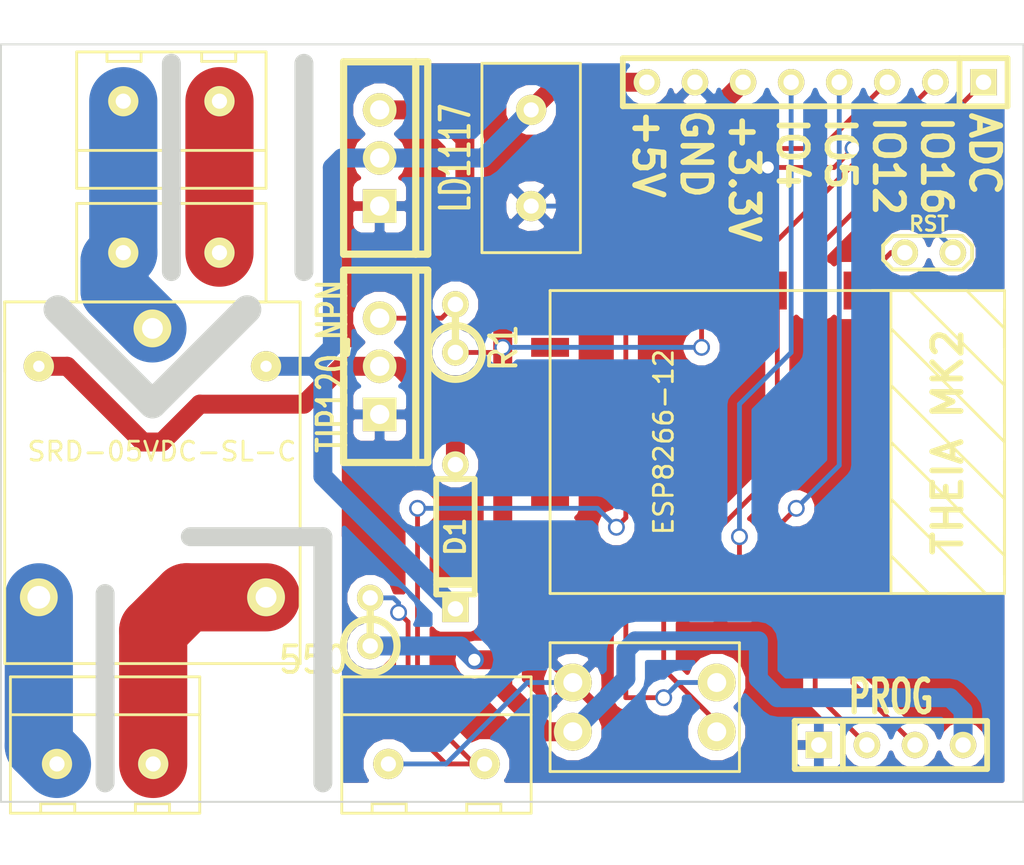
<source format=kicad_pcb>
(kicad_pcb (version 3) (host pcbnew "(22-Jun-2014 BZR 4027)-stable")

  (general
    (links 36)
    (no_connects 2)
    (area 55.870999 49.091 112.078572 95.909)
    (thickness 1.6)
    (drawings 20)
    (tracks 129)
    (zones 0)
    (modules 16)
    (nets 22)
  )

  (page A3)
  (layers
    (15 F.Cu signal)
    (0 B.Cu signal)
    (17 F.Adhes user)
    (19 F.Paste user)
    (21 F.SilkS user)
    (23 F.Mask user)
    (28 Edge.Cuts user)
  )

  (setup
    (last_trace_width 0.254)
    (trace_clearance 0.254)
    (zone_clearance 0.508)
    (zone_45_only no)
    (trace_min 0.254)
    (segment_width 0.2)
    (edge_width 0.1)
    (via_size 0.889)
    (via_drill 0.635)
    (via_min_size 0.889)
    (via_min_drill 0.508)
    (uvia_size 0.508)
    (uvia_drill 0.127)
    (uvias_allowed no)
    (uvia_min_size 0.508)
    (uvia_min_drill 0.127)
    (pcb_text_width 0.3)
    (pcb_text_size 1.5 1.5)
    (mod_edge_width 0.15)
    (mod_text_size 1 1)
    (mod_text_width 0.15)
    (pad_size 1.6 1.6)
    (pad_drill 0.6)
    (pad_to_mask_clearance 0)
    (aux_axis_origin 0 0)
    (visible_elements 7FFFFFFF)
    (pcbplotparams
      (layerselection 3178497)
      (usegerberextensions true)
      (excludeedgelayer true)
      (linewidth 0.150000)
      (plotframeref false)
      (viasonmask false)
      (mode 1)
      (useauxorigin false)
      (hpglpennumber 1)
      (hpglpenspeed 20)
      (hpglpendiameter 15)
      (hpglpenoverlay 2)
      (psnegative false)
      (psa4output false)
      (plotreference true)
      (plotvalue true)
      (plotothertext true)
      (plotinvisibletext false)
      (padsonsilk false)
      (subtractmaskfromsilk false)
      (outputformat 1)
      (mirror false)
      (drillshape 1)
      (scaleselection 1)
      (outputdirectory ""))
  )

  (net 0 "")
  (net 1 +3.3V)
  (net 2 +5V)
  (net 3 GNDA)
  (net 4 LIVE)
  (net 5 N-0000010)
  (net 6 N-0000011)
  (net 7 N-0000014)
  (net 8 N-0000019)
  (net 9 N-000002)
  (net 10 N-0000020)
  (net 11 N-0000021)
  (net 12 N-0000022)
  (net 13 N-0000023)
  (net 14 N-0000024)
  (net 15 N-0000025)
  (net 16 N-0000026)
  (net 17 N-000005)
  (net 18 N-000006)
  (net 19 N-000008)
  (net 20 N-000009)
  (net 21 NEUT)

  (net_class Default "This is the default net class."
    (clearance 0.254)
    (trace_width 0.254)
    (via_dia 0.889)
    (via_drill 0.635)
    (uvia_dia 0.508)
    (uvia_drill 0.127)
    (add_net "")
    (add_net GNDA)
    (add_net N-0000010)
    (add_net N-0000014)
    (add_net N-0000019)
    (add_net N-000002)
    (add_net N-0000020)
    (add_net N-0000021)
    (add_net N-0000022)
    (add_net N-0000023)
    (add_net N-0000024)
    (add_net N-0000026)
    (add_net N-000005)
    (add_net N-000008)
    (add_net N-000009)
  )

  (net_class 1A ""
    (clearance 0.254)
    (trace_width 1)
    (via_dia 0.889)
    (via_drill 0.635)
    (uvia_dia 0.508)
    (uvia_drill 0.127)
    (add_net +3.3V)
    (add_net +5V)
    (add_net N-0000025)
  )

  (net_class HV ""
    (clearance 0.254)
    (trace_width 3.6)
    (via_dia 0.889)
    (via_drill 0.635)
    (uvia_dia 0.508)
    (uvia_drill 0.127)
    (add_net LIVE)
    (add_net N-0000011)
    (add_net N-000006)
    (add_net NEUT)
  )

  (module Wire2.54 (layer F.Cu) (tedit 57D5606A) (tstamp 57CF1421)
    (at 84 58 270)
    (path /57C85E0C)
    (fp_text reference "" (at 0 -5.08 270) (layer F.SilkS)
      (effects (font (size 1 1) (thickness 0.15)))
    )
    (fp_text value "" (at 0 5.08 270) (layer F.SilkS)
      (effects (font (size 1 1) (thickness 0.15)))
    )
    (fp_line (start 5 -2.6) (end 5 2.6) (layer F.SilkS) (width 0.15))
    (fp_line (start 5 2.6) (end -5 2.6) (layer F.SilkS) (width 0.15))
    (fp_line (start -5 2.6) (end -5 -2.6) (layer F.SilkS) (width 0.15))
    (fp_line (start -5 -2.6) (end 5 -2.6) (layer F.SilkS) (width 0.15))
    (pad 1 thru_hole circle (at -2.54 0 270) (size 1.6 1.6) (drill 0.8)
      (layers *.Cu *.Mask F.SilkS)
      (net 2 +5V)
    )
    (pad 2 thru_hole circle (at 2.54 0 270) (size 1.6 1.6) (drill 0.8)
      (layers *.Cu *.Mask F.SilkS)
      (net 3 GNDA)
    )
  )

  (module Wire2.54 (layer F.Cu) (tedit 57D55F92) (tstamp 57CF142B)
    (at 65 63)
    (path /57CC36ED)
    (fp_text reference "" (at 0 -5.08) (layer F.SilkS)
      (effects (font (size 1 1) (thickness 0.15)))
    )
    (fp_text value "" (at 0 5.08) (layer F.SilkS)
      (effects (font (size 1 1) (thickness 0.15)))
    )
    (fp_line (start 5 -2.6) (end 5 2.6) (layer F.SilkS) (width 0.15))
    (fp_line (start 5 2.6) (end -5 2.6) (layer F.SilkS) (width 0.15))
    (fp_line (start -5 2.6) (end -5 -2.6) (layer F.SilkS) (width 0.15))
    (fp_line (start -5 -2.6) (end 5 -2.6) (layer F.SilkS) (width 0.15))
    (pad 1 thru_hole circle (at -2.54 0) (size 1.6 1.6) (drill 0.8)
      (layers *.Cu *.Mask F.SilkS)
      (net 4 LIVE)
    )
    (pad 2 thru_hole circle (at 2.54 0) (size 1.6 1.6) (drill 0.8)
      (layers *.Cu *.Mask F.SilkS)
      (net 21 NEUT)
    )
  )

  (module TO220_VERT (layer F.Cu) (tedit 57D56055) (tstamp 57CF1439)
    (at 76 58)
    (descr "Regulateur TO220 serie LM78xx")
    (tags "TR TO220")
    (path /57CAF440)
    (fp_text reference "" (at -3.175 0 90) (layer F.SilkS)
      (effects (font (size 1.524 1.016) (thickness 0.2032)))
    )
    (fp_text value LD1117 (at 4 0 90) (layer F.SilkS)
      (effects (font (size 1.524 1.016) (thickness 0.2032)))
    )
    (fp_line (start 1.905 -5.08) (end 2.54 -5.08) (layer F.SilkS) (width 0.381))
    (fp_line (start 2.54 -5.08) (end 2.54 5.08) (layer F.SilkS) (width 0.381))
    (fp_line (start 2.54 5.08) (end 1.905 5.08) (layer F.SilkS) (width 0.381))
    (fp_line (start -1.905 -5.08) (end 1.905 -5.08) (layer F.SilkS) (width 0.381))
    (fp_line (start 1.905 -5.08) (end 1.905 5.08) (layer F.SilkS) (width 0.381))
    (fp_line (start 1.905 5.08) (end -1.905 5.08) (layer F.SilkS) (width 0.381))
    (fp_line (start -1.905 5.08) (end -1.905 -5.08) (layer F.SilkS) (width 0.381))
    (pad 2 thru_hole circle (at 0 -2.54) (size 1.778 1.778) (drill 1.016)
      (layers *.Cu *.Mask F.SilkS)
      (net 1 +3.3V)
    )
    (pad 3 thru_hole circle (at 0 0) (size 1.778 1.778) (drill 1.016)
      (layers *.Cu *.Mask F.SilkS)
      (net 2 +5V)
    )
    (pad 1 thru_hole rect (at 0 2.54) (size 1.778 1.778) (drill 1.016)
      (layers *.Cu *.Mask F.SilkS)
      (net 3 GNDA)
    )
  )

  (module TO220_VERT (layer F.Cu) (tedit 57D56005) (tstamp 57CF1447)
    (at 76 69)
    (descr "Regulateur TO220 serie LM78xx")
    (tags "TR TO220")
    (path /57CB162D)
    (fp_text reference "" (at -3.175 0 90) (layer F.SilkS)
      (effects (font (size 1.524 1.016) (thickness 0.2032)))
    )
    (fp_text value TIP120_NPN (at -2.5 0 90) (layer F.SilkS)
      (effects (font (size 1.524 1.016) (thickness 0.2032)))
    )
    (fp_line (start 1.905 -5.08) (end 2.54 -5.08) (layer F.SilkS) (width 0.381))
    (fp_line (start 2.54 -5.08) (end 2.54 5.08) (layer F.SilkS) (width 0.381))
    (fp_line (start 2.54 5.08) (end 1.905 5.08) (layer F.SilkS) (width 0.381))
    (fp_line (start -1.905 -5.08) (end 1.905 -5.08) (layer F.SilkS) (width 0.381))
    (fp_line (start 1.905 -5.08) (end 1.905 5.08) (layer F.SilkS) (width 0.381))
    (fp_line (start 1.905 5.08) (end -1.905 5.08) (layer F.SilkS) (width 0.381))
    (fp_line (start -1.905 5.08) (end -1.905 -5.08) (layer F.SilkS) (width 0.381))
    (pad 2 thru_hole circle (at 0 -2.54) (size 1.778 1.778) (drill 1.016)
      (layers *.Cu *.Mask F.SilkS)
      (net 10 N-0000020)
    )
    (pad 3 thru_hole circle (at 0 0) (size 1.778 1.778) (drill 1.016)
      (layers *.Cu *.Mask F.SilkS)
      (net 15 N-0000025)
    )
    (pad 1 thru_hole rect (at 0 2.54) (size 1.778 1.778) (drill 1.016)
      (layers *.Cu *.Mask F.SilkS)
      (net 3 GNDA)
    )
  )

  (module SRD-05VDC-SL-C (layer F.Cu) (tedit 57D5625E) (tstamp 57CF1469)
    (at 64 67 270)
    (path /57AF6D51)
    (fp_text reference "" (at 10 -2 270) (layer F.SilkS)
      (effects (font (size 1 1) (thickness 0.15)))
    )
    (fp_text value SRD-05VDC-SL-C (at 6.5 -0.5 360) (layer F.SilkS)
      (effects (font (size 1 1) (thickness 0.15)))
    )
    (fp_line (start -1.4 -7.8) (end -1.4 7.8) (layer F.SilkS) (width 0.15))
    (fp_line (start 17.7 7.8) (end 17.7 -7.8) (layer F.SilkS) (width 0.15))
    (fp_line (start 17.7 -7.8) (end 17.5 -7.8) (layer F.SilkS) (width 0.15))
    (fp_line (start -1.4 7.8) (end 17.7 7.8) (layer F.SilkS) (width 0.15))
    (fp_line (start -1.4 -7.8) (end 17.7 -7.8) (layer F.SilkS) (width 0.15))
    (fp_line (start -1.4 7.8) (end -1.3 7.8) (layer F.SilkS) (width 0.15))
    (fp_line (start -1.3 -7.8) (end -1.4 -7.8) (layer F.SilkS) (width 0.15))
    (fp_line (start -1.4 -7.8) (end -1.4 -7.6) (layer F.SilkS) (width 0.15))
    (fp_line (start -1.4 7.7) (end -1.4 7.8) (layer F.SilkS) (width 0.15))
    (fp_line (start 2.3 7.8) (end 1.7 7.8) (layer F.SilkS) (width 0.15))
    (fp_line (start 1.6 -7.8) (end 2.4 -7.8) (layer F.SilkS) (width 0.15))
    (pad 1 thru_hole circle (at 0 0 270) (size 2 2) (drill oval 1.1)
      (layers *.Cu *.Mask F.SilkS)
      (net 4 LIVE)
    )
    (pad 3 thru_hole circle (at 2 -6 270) (size 1.6 1.6) (drill 0.6)
      (layers *.Cu *.Mask F.SilkS)
      (net 2 +5V)
    )
    (pad 2 thru_hole circle (at 2 6 270) (size 1.6 1.6) (drill 0.6)
      (layers *.Cu *.Mask F.SilkS)
      (net 15 N-0000025)
    )
    (pad 5 thru_hole circle (at 14.2 -6 270) (size 2 2) (drill 1.1)
      (layers *.Cu *.Mask F.SilkS)
      (net 18 N-000006)
    )
    (pad 4 thru_hole circle (at 14.2 6 270) (size 2 2) (drill 1.2)
      (layers *.Cu *.Mask F.SilkS)
      (net 6 N-0000011)
    )
  )

  (module SIL-8 (layer F.Cu) (tedit 57D5609C) (tstamp 57CF147A)
    (at 99 54 180)
    (descr "Connecteur 8 pins")
    (tags "CONN DEV")
    (path /57CC6D3A)
    (fp_text reference "" (at -6.35 -2.54 180) (layer F.SilkS)
      (effects (font (size 1.72974 1.08712) (thickness 0.27178)))
    )
    (fp_text value "" (at 12 0 180) (layer F.SilkS)
      (effects (font (size 1.524 1.016) (thickness 0.254)))
    )
    (fp_line (start -10.16 -1.27) (end 10.16 -1.27) (layer F.SilkS) (width 0.3048))
    (fp_line (start 10.16 -1.27) (end 10.16 1.27) (layer F.SilkS) (width 0.3048))
    (fp_line (start 10.16 1.27) (end -10.16 1.27) (layer F.SilkS) (width 0.3048))
    (fp_line (start -10.16 1.27) (end -10.16 -1.27) (layer F.SilkS) (width 0.3048))
    (fp_line (start -7.62 1.27) (end -7.62 -1.27) (layer F.SilkS) (width 0.3048))
    (pad 1 thru_hole rect (at -8.89 0 180) (size 1.397 1.397) (drill 0.8128)
      (layers *.Cu *.Mask F.SilkS)
      (net 17 N-000005)
    )
    (pad 2 thru_hole circle (at -6.35 0 180) (size 1.397 1.397) (drill 0.8128)
      (layers *.Cu *.Mask F.SilkS)
      (net 19 N-000008)
    )
    (pad 3 thru_hole circle (at -3.81 0 180) (size 1.397 1.397) (drill 0.8128)
      (layers *.Cu *.Mask F.SilkS)
      (net 20 N-000009)
    )
    (pad 4 thru_hole circle (at -1.27 0 180) (size 1.397 1.397) (drill 0.8128)
      (layers *.Cu *.Mask F.SilkS)
      (net 5 N-0000010)
    )
    (pad 5 thru_hole circle (at 1.27 0 180) (size 1.397 1.397) (drill 0.8128)
      (layers *.Cu *.Mask F.SilkS)
      (net 9 N-000002)
    )
    (pad 6 thru_hole circle (at 3.81 0 180) (size 1.397 1.397) (drill 0.8128)
      (layers *.Cu *.Mask F.SilkS)
      (net 1 +3.3V)
    )
    (pad 7 thru_hole circle (at 6.35 0 180) (size 1.397 1.397) (drill 0.8128)
      (layers *.Cu *.Mask F.SilkS)
      (net 3 GNDA)
    )
    (pad 8 thru_hole circle (at 8.89 0 180) (size 1.397 1.397) (drill 0.8128)
      (layers *.Cu *.Mask F.SilkS)
      (net 2 +5V)
    )
  )

  (module SIL-4 (layer F.Cu) (tedit 57D5623F) (tstamp 57D58E48)
    (at 103 89)
    (descr "Connecteur 4 pibs")
    (tags "CONN DEV")
    (path /57ADFA85)
    (fp_text reference PROG (at 0 -2.54) (layer F.SilkS)
      (effects (font (size 1.73482 1.08712) (thickness 0.27178)))
    )
    (fp_text value "" (at 0 -2.54) (layer F.SilkS) hide
      (effects (font (size 1.524 1.016) (thickness 0.254)))
    )
    (fp_line (start -5.08 -1.27) (end -5.08 -1.27) (layer F.SilkS) (width 0.3048))
    (fp_line (start -5.08 1.27) (end -5.08 -1.27) (layer F.SilkS) (width 0.3048))
    (fp_line (start -5.08 -1.27) (end -5.08 -1.27) (layer F.SilkS) (width 0.3048))
    (fp_line (start -5.08 -1.27) (end 5.08 -1.27) (layer F.SilkS) (width 0.3048))
    (fp_line (start 5.08 -1.27) (end 5.08 1.27) (layer F.SilkS) (width 0.3048))
    (fp_line (start 5.08 1.27) (end -5.08 1.27) (layer F.SilkS) (width 0.3048))
    (fp_line (start -2.54 1.27) (end -2.54 -1.27) (layer F.SilkS) (width 0.3048))
    (pad 1 thru_hole rect (at -3.81 0) (size 1.397 1.397) (drill 0.8128)
      (layers *.Cu *.Mask F.SilkS)
      (net 3 GNDA)
    )
    (pad 2 thru_hole circle (at -1.27 0) (size 1.397 1.397) (drill 0.8128)
      (layers *.Cu *.Mask F.SilkS)
      (net 13 N-0000023)
    )
    (pad 3 thru_hole circle (at 1.27 0) (size 1.397 1.397) (drill 0.8128)
      (layers *.Cu *.Mask F.SilkS)
      (net 14 N-0000024)
    )
    (pad 4 thru_hole circle (at 3.81 0) (size 1.397 1.397) (drill 0.8128)
      (layers *.Cu *.Mask F.SilkS)
      (net 1 +3.3V)
    )
  )

  (module R1 (layer F.Cu) (tedit 200000) (tstamp 57CF1491)
    (at 80 67 90)
    (descr "Resistance verticale")
    (tags R)
    (path /57AF2F22)
    (autoplace_cost90 10)
    (autoplace_cost180 10)
    (fp_text reference R1 (at -1.016 2.54 90) (layer F.SilkS)
      (effects (font (size 1.397 1.27) (thickness 0.2032)))
    )
    (fp_text value 1kOhm (at -1.143 2.54 90) (layer F.SilkS) hide
      (effects (font (size 1.397 1.27) (thickness 0.2032)))
    )
    (fp_line (start -1.27 0) (end 1.27 0) (layer F.SilkS) (width 0.381))
    (fp_circle (center -1.27 0) (end -0.635 1.27) (layer F.SilkS) (width 0.381))
    (pad 1 thru_hole circle (at -1.27 0 90) (size 1.397 1.397) (drill 0.8128)
      (layers *.Cu *.Mask F.SilkS)
      (net 8 N-0000019)
    )
    (pad 2 thru_hole circle (at 1.27 0 90) (size 1.397 1.397) (drill 0.8128)
      (layers *.Cu *.Mask F.SilkS)
      (net 10 N-0000020)
    )
    (model discret/verti_resistor.wrl
      (at (xyz 0 0 0))
      (scale (xyz 1 1 1))
      (rotate (xyz 0 0 0))
    )
  )

  (module ESP8266-12 (layer F.Cu) (tedit 57D562EE) (tstamp 57CF14C3)
    (at 109 81 180)
    (path /57ADE642)
    (fp_text reference "" (at 15 3 180) (layer F.SilkS)
      (effects (font (size 1 1) (thickness 0.15)))
    )
    (fp_text value ESP8266-12 (at 18 8 270) (layer F.SilkS)
      (effects (font (size 1 1) (thickness 0.15)))
    )
    (fp_line (start 4 0) (end 6 2) (layer F.SilkS) (width 0.15))
    (fp_line (start 6 5) (end 1 0) (layer F.SilkS) (width 0.15))
    (fp_line (start 0 14) (end 2 16) (layer F.SilkS) (width 0.15))
    (fp_line (start 2 16) (end 5 16) (layer F.SilkS) (width 0.15))
    (fp_line (start 5 16) (end 0 11) (layer F.SilkS) (width 0.15))
    (fp_line (start 0 11) (end 0 8) (layer F.SilkS) (width 0.15))
    (fp_line (start 0 8) (end 6 14) (layer F.SilkS) (width 0.15))
    (fp_line (start 6 14) (end 6 11) (layer F.SilkS) (width 0.15))
    (fp_line (start 6 11) (end 0 5) (layer F.SilkS) (width 0.15))
    (fp_line (start 0 5) (end 0 2) (layer F.SilkS) (width 0.15))
    (fp_line (start 0 2) (end 6 8) (layer F.SilkS) (width 0.15))
    (fp_line (start 6 8) (end 6 4) (layer F.SilkS) (width 0.15))
    (fp_line (start 6 0) (end 6 16) (layer F.SilkS) (width 0.15))
    (fp_line (start 3 0) (end 1 0) (layer F.SilkS) (width 0.15))
    (fp_line (start 0 1) (end 0 3) (layer F.SilkS) (width 0.15))
    (fp_line (start 0 5) (end 0 7) (layer F.SilkS) (width 0.15))
    (fp_line (start 0 9) (end 0 11) (layer F.SilkS) (width 0.15))
    (fp_line (start 5 16) (end 3 16) (layer F.SilkS) (width 0.15))
    (fp_line (start 0 13) (end 0 15) (layer F.SilkS) (width 0.15))
    (fp_line (start 5 16) (end 7 16) (layer F.SilkS) (width 0.15))
    (fp_line (start 0 0) (end 0 16) (layer F.SilkS) (width 0.15))
    (fp_line (start 0 16) (end 24 16) (layer F.SilkS) (width 0.15))
    (fp_line (start 24 16) (end 24 0) (layer F.SilkS) (width 0.15))
    (fp_line (start 24 0) (end 0 0) (layer F.SilkS) (width 0.15))
    (pad 15 smd rect (at 22 0 180) (size 1 2)
      (layers F.Cu F.Paste F.Mask)
      (net 3 GNDA)
    )
    (pad 16 smd rect (at 20 0 180) (size 1 2)
      (layers F.Cu F.Paste F.Mask)
      (net 7 N-0000014)
    )
    (pad 17 smd rect (at 18 0 180) (size 1 2)
      (layers F.Cu F.Paste F.Mask)
      (net 16 N-0000026)
    )
    (pad 18 smd rect (at 16 0 180) (size 1 2)
      (layers F.Cu F.Paste F.Mask)
      (net 16 N-0000026)
    )
    (pad 19 smd rect (at 14 0 180) (size 1 2)
      (layers F.Cu F.Paste F.Mask)
      (net 9 N-000002)
    )
    (pad 20 smd rect (at 12 0 180) (size 1 2)
      (layers F.Cu F.Paste F.Mask)
      (net 5 N-0000010)
    )
    (pad 21 smd rect (at 10 0 180) (size 1 2)
      (layers F.Cu F.Paste F.Mask)
      (net 13 N-0000023)
    )
    (pad 22 smd rect (at 8 0 180) (size 1 2)
      (layers F.Cu F.Paste F.Mask)
      (net 14 N-0000024)
    )
    (pad 8 smd rect (at 22 16 180) (size 1 2)
      (layers F.Cu F.Paste F.Mask)
      (net 1 +3.3V)
    )
    (pad 7 smd rect (at 20 16 180) (size 1 2)
      (layers F.Cu F.Paste F.Mask)
      (net 12 N-0000022)
    )
    (pad 6 smd rect (at 18 16 180) (size 1 2)
      (layers F.Cu F.Paste F.Mask)
      (net 20 N-000009)
    )
    (pad 5 smd rect (at 16 16 180) (size 1 2)
      (layers F.Cu F.Paste F.Mask)
      (net 8 N-0000019)
    )
    (pad 4 smd rect (at 14 16 180) (size 1 2)
      (layers F.Cu F.Paste F.Mask)
      (net 19 N-000008)
    )
    (pad 3 smd rect (at 12 16 180) (size 1 2)
      (layers F.Cu F.Paste F.Mask)
      (net 16 N-0000026)
    )
    (pad 2 smd rect (at 10 16 180) (size 1 2)
      (layers F.Cu F.Paste F.Mask)
      (net 17 N-000005)
    )
    (pad 1 smd rect (at 8 16 180) (size 1 2)
      (layers F.Cu F.Paste F.Mask)
      (net 11 N-0000021)
    )
    (pad 9 smd rect (at 24 13 270) (size 1 2)
      (layers F.Cu F.Paste F.Mask)
    )
    (pad 10 smd rect (at 24 11 270) (size 1 2)
      (layers F.Cu F.Paste F.Mask)
    )
    (pad 11 smd rect (at 24 9 270) (size 1 2)
      (layers F.Cu F.Paste F.Mask)
    )
    (pad 12 smd rect (at 24 7 270) (size 1 2)
      (layers F.Cu F.Paste F.Mask)
    )
    (pad 13 smd rect (at 24 5 270) (size 1 2)
      (layers F.Cu F.Paste F.Mask)
    )
    (pad 14 smd rect (at 24 3 270) (size 1 2)
      (layers F.Cu F.Paste F.Mask)
    )
  )

  (module D3 (layer F.Cu) (tedit 200000) (tstamp 57CF14D3)
    (at 80 78 270)
    (descr "Diode 3 pas")
    (tags "DIODE DEV")
    (path /57AF6EEC)
    (fp_text reference D1 (at 0 0 270) (layer F.SilkS)
      (effects (font (size 1.016 1.016) (thickness 0.2032)))
    )
    (fp_text value 1N4001 (at 0 0 270) (layer F.SilkS) hide
      (effects (font (size 1.016 1.016) (thickness 0.2032)))
    )
    (fp_line (start 3.81 0) (end 3.048 0) (layer F.SilkS) (width 0.3048))
    (fp_line (start 3.048 0) (end 3.048 -1.016) (layer F.SilkS) (width 0.3048))
    (fp_line (start 3.048 -1.016) (end -3.048 -1.016) (layer F.SilkS) (width 0.3048))
    (fp_line (start -3.048 -1.016) (end -3.048 0) (layer F.SilkS) (width 0.3048))
    (fp_line (start -3.048 0) (end -3.81 0) (layer F.SilkS) (width 0.3048))
    (fp_line (start -3.048 0) (end -3.048 1.016) (layer F.SilkS) (width 0.3048))
    (fp_line (start -3.048 1.016) (end 3.048 1.016) (layer F.SilkS) (width 0.3048))
    (fp_line (start 3.048 1.016) (end 3.048 0) (layer F.SilkS) (width 0.3048))
    (fp_line (start 2.54 -1.016) (end 2.54 1.016) (layer F.SilkS) (width 0.3048))
    (fp_line (start 2.286 1.016) (end 2.286 -1.016) (layer F.SilkS) (width 0.3048))
    (pad 2 thru_hole rect (at 3.81 0 270) (size 1.397 1.397) (drill 0.8128)
      (layers *.Cu *.Mask F.SilkS)
      (net 2 +5V)
    )
    (pad 1 thru_hole circle (at -3.81 0 270) (size 1.397 1.397) (drill 0.8128)
      (layers *.Cu *.Mask F.SilkS)
      (net 15 N-0000025)
    )
    (model discret/diode.wrl
      (at (xyz 0 0 0))
      (scale (xyz 0.3 0.3 0.3))
      (rotate (xyz 0 0 0))
    )
  )

  (module Conn2.54 (layer F.Cu) (tedit 57D55FC8) (tstamp 57CF14E7)
    (at 79 90 180)
    (path /5790EA90)
    (fp_text reference "" (at 0 -5.08 180) (layer F.SilkS)
      (effects (font (size 1 1) (thickness 0.15)))
    )
    (fp_text value "" (at 0 5.08 180) (layer F.SilkS)
      (effects (font (size 1 1) (thickness 0.15)))
    )
    (fp_line (start -5 2.6) (end -5 4.6) (layer F.SilkS) (width 0.15))
    (fp_line (start -5 4.6) (end 5 4.6) (layer F.SilkS) (width 0.15))
    (fp_line (start 5 4.6) (end 5 2.6) (layer F.SilkS) (width 0.15))
    (fp_line (start -1.6 -2.6) (end -1.6 -2.1) (layer F.SilkS) (width 0.15))
    (fp_line (start -1.6 -2.1) (end -3.4 -2.1) (layer F.SilkS) (width 0.15))
    (fp_line (start -3.4 -2.1) (end -3.4 -2.6) (layer F.SilkS) (width 0.15))
    (fp_line (start 1.6 -2.6) (end 1.6 -2.1) (layer F.SilkS) (width 0.15))
    (fp_line (start 1.6 -2.1) (end 3.4 -2.1) (layer F.SilkS) (width 0.15))
    (fp_line (start 3.4 -2.1) (end 3.4 -2.6) (layer F.SilkS) (width 0.15))
    (fp_line (start 3.4 -2.6) (end 3.4 -2.5) (layer F.SilkS) (width 0.15))
    (fp_line (start 5 -2.6) (end 5 2.6) (layer F.SilkS) (width 0.15))
    (fp_line (start 5 2.6) (end -5 2.6) (layer F.SilkS) (width 0.15))
    (fp_line (start -5 2.6) (end -5 -2.6) (layer F.SilkS) (width 0.15))
    (fp_line (start -5 -2.6) (end 5 -2.6) (layer F.SilkS) (width 0.15))
    (pad 1 thru_hole circle (at -2.54 0 180) (size 1.6 1.6) (drill 0.8)
      (layers *.Cu *.Mask F.SilkS)
      (net 1 +3.3V)
    )
    (pad 2 thru_hole circle (at 2.54 0 180) (size 1.6 1.6) (drill 0.8)
      (layers *.Cu *.Mask F.SilkS)
      (net 12 N-0000022)
    )
  )

  (module Conn2.54 (layer F.Cu) (tedit 57D55FAC) (tstamp 57CF14FB)
    (at 61.5 90 180)
    (path /57AF7988)
    (fp_text reference "" (at 0 -5.08 180) (layer F.SilkS)
      (effects (font (size 1 1) (thickness 0.15)))
    )
    (fp_text value "" (at 0 5.08 180) (layer F.SilkS)
      (effects (font (size 1 1) (thickness 0.15)))
    )
    (fp_line (start -5 2.6) (end -5 4.6) (layer F.SilkS) (width 0.15))
    (fp_line (start -5 4.6) (end 5 4.6) (layer F.SilkS) (width 0.15))
    (fp_line (start 5 4.6) (end 5 2.6) (layer F.SilkS) (width 0.15))
    (fp_line (start -1.6 -2.6) (end -1.6 -2.1) (layer F.SilkS) (width 0.15))
    (fp_line (start -1.6 -2.1) (end -3.4 -2.1) (layer F.SilkS) (width 0.15))
    (fp_line (start -3.4 -2.1) (end -3.4 -2.6) (layer F.SilkS) (width 0.15))
    (fp_line (start 1.6 -2.6) (end 1.6 -2.1) (layer F.SilkS) (width 0.15))
    (fp_line (start 1.6 -2.1) (end 3.4 -2.1) (layer F.SilkS) (width 0.15))
    (fp_line (start 3.4 -2.1) (end 3.4 -2.6) (layer F.SilkS) (width 0.15))
    (fp_line (start 3.4 -2.6) (end 3.4 -2.5) (layer F.SilkS) (width 0.15))
    (fp_line (start 5 -2.6) (end 5 2.6) (layer F.SilkS) (width 0.15))
    (fp_line (start 5 2.6) (end -5 2.6) (layer F.SilkS) (width 0.15))
    (fp_line (start -5 2.6) (end -5 -2.6) (layer F.SilkS) (width 0.15))
    (fp_line (start -5 -2.6) (end 5 -2.6) (layer F.SilkS) (width 0.15))
    (pad 1 thru_hole circle (at -2.54 0 180) (size 1.6 1.6) (drill 0.8)
      (layers *.Cu *.Mask F.SilkS)
      (net 18 N-000006)
    )
    (pad 2 thru_hole circle (at 2.54 0 180) (size 1.6 1.6) (drill 0.8)
      (layers *.Cu *.Mask F.SilkS)
      (net 6 N-0000011)
    )
  )

  (module Conn2.54 (layer F.Cu) (tedit 57D5624D) (tstamp 57CF150F)
    (at 65 55)
    (path /57CC36C3)
    (fp_text reference "" (at 0 -5.08) (layer F.SilkS)
      (effects (font (size 1 1) (thickness 0.15)))
    )
    (fp_text value "" (at 0 5.08) (layer F.SilkS)
      (effects (font (size 1 1) (thickness 0.15)))
    )
    (fp_line (start -5 2.6) (end -5 4.6) (layer F.SilkS) (width 0.15))
    (fp_line (start -5 4.6) (end 5 4.6) (layer F.SilkS) (width 0.15))
    (fp_line (start 5 4.6) (end 5 2.6) (layer F.SilkS) (width 0.15))
    (fp_line (start -1.6 -2.6) (end -1.6 -2.1) (layer F.SilkS) (width 0.15))
    (fp_line (start -1.6 -2.1) (end -3.4 -2.1) (layer F.SilkS) (width 0.15))
    (fp_line (start -3.4 -2.1) (end -3.4 -2.6) (layer F.SilkS) (width 0.15))
    (fp_line (start 1.6 -2.6) (end 1.6 -2.1) (layer F.SilkS) (width 0.15))
    (fp_line (start 1.6 -2.1) (end 3.4 -2.1) (layer F.SilkS) (width 0.15))
    (fp_line (start 3.4 -2.1) (end 3.4 -2.6) (layer F.SilkS) (width 0.15))
    (fp_line (start 3.4 -2.6) (end 3.4 -2.5) (layer F.SilkS) (width 0.15))
    (fp_line (start 5 -2.6) (end 5 2.6) (layer F.SilkS) (width 0.15))
    (fp_line (start 5 2.6) (end -5 2.6) (layer F.SilkS) (width 0.15))
    (fp_line (start -5 2.6) (end -5 -2.6) (layer F.SilkS) (width 0.15))
    (fp_line (start -5 -2.6) (end 5 -2.6) (layer F.SilkS) (width 0.15))
    (pad 1 thru_hole circle (at -2.54 0) (size 1.6 1.6) (drill 0.8)
      (layers *.Cu *.Mask F.SilkS)
      (net 4 LIVE)
    )
    (pad 2 thru_hole circle (at 2.54 0) (size 1.6 1.6) (drill 0.8)
      (layers *.Cu *.Mask F.SilkS)
      (net 21 NEUT)
    )
  )

  (module 2bit_dipsw (layer F.Cu) (tedit 57D55FCE) (tstamp 57CF151B)
    (at 90 87 270)
    (path /57CDC9F2)
    (fp_text reference "" (at 0 -6 270) (layer F.SilkS)
      (effects (font (size 1 1) (thickness 0.15)))
    )
    (fp_text value "" (at 0 6 270) (layer F.SilkS)
      (effects (font (size 1 1) (thickness 0.15)))
    )
    (fp_line (start -3.4 5) (end 3.4 5) (layer F.SilkS) (width 0.15))
    (fp_line (start -3.4 -5) (end 3.4 -5) (layer F.SilkS) (width 0.15))
    (fp_line (start 3.4 -5) (end 3.4 5) (layer F.SilkS) (width 0.15))
    (fp_line (start -3.4 -5) (end -3.4 5) (layer F.SilkS) (width 0.15))
    (pad 1 thru_hole circle (at -1.3 3.8 270) (size 2 2) (drill 1)
      (layers *.Cu *.Mask F.SilkS)
      (net 3 GNDA)
    )
    (pad 2 thru_hole circle (at -1.3 -3.8 270) (size 2 2) (drill 1)
      (layers *.Cu *.Mask F.SilkS)
      (net 7 N-0000014)
    )
    (pad 3 thru_hole circle (at 1.3 3.8 270) (size 2 2) (drill 1)
      (layers *.Cu *.Mask F.SilkS)
      (net 1 +3.3V)
    )
    (pad 4 thru_hole circle (at 1.3 -3.8 270) (size 2 2) (drill 1)
      (layers *.Cu *.Mask F.SilkS)
      (net 16 N-0000026)
    )
  )

  (module TESTPOINT (layer F.Cu) (tedit 57D560B4) (tstamp 57D10F49)
    (at 105 63)
    (descr "Connecteurs 2 pins")
    (tags "CONN DEV")
    (fp_text reference RST (at 0 -1.524) (layer F.SilkS)
      (effects (font (size 0.762 0.762) (thickness 0.1524)))
    )
    (fp_text value "" (at 0.127 1.524) (layer F.SilkS)
      (effects (font (size 0.762 0.762) (thickness 0.1524)))
    )
    (fp_line (start -1.905 -0.889) (end 1.778 -0.889) (layer F.SilkS) (width 0.2032))
    (fp_line (start 1.778 -0.889) (end 2.286 -0.381) (layer F.SilkS) (width 0.2032))
    (fp_line (start 2.286 -0.381) (end 2.286 0.381) (layer F.SilkS) (width 0.2032))
    (fp_line (start 2.286 0.381) (end 1.778 0.889) (layer F.SilkS) (width 0.2032))
    (fp_line (start 1.778 0.889) (end -1.905 0.889) (layer F.SilkS) (width 0.2032))
    (fp_line (start -1.905 0.889) (end -2.413 0.381) (layer F.SilkS) (width 0.2032))
    (fp_line (start -2.413 0.381) (end -2.413 -0.381) (layer F.SilkS) (width 0.2032))
    (fp_line (start -2.413 -0.381) (end -1.905 -0.889) (layer F.SilkS) (width 0.2032))
    (pad 1 thru_hole circle (at -1.27 0) (size 1.397 1.397) (drill 0.8128)
      (layers *.Cu *.Mask F.SilkS)
    )
    (pad 1 thru_hole circle (at 1.27 0) (size 1.397 1.397) (drill 0.8128)
      (layers *.Cu *.Mask F.SilkS)
    )
    (model connectors/testpoint.wrl
      (at (xyz 0 0 0))
      (scale (xyz 1 1 1))
      (rotate (xyz 0 0 0))
    )
  )

  (module R1 (layer F.Cu) (tedit 57DBEC8A) (tstamp 57DBF1AE)
    (at 75.5 82.5 90)
    (descr "Resistance verticale")
    (tags R)
    (autoplace_cost90 10)
    (autoplace_cost180 10)
    (fp_text reference 550 (at -2 -3 180) (layer F.SilkS)
      (effects (font (size 1.397 1.27) (thickness 0.2032)))
    )
    (fp_text value "" (at -1.143 2.54 90) (layer F.SilkS) hide
      (effects (font (size 1.397 1.27) (thickness 0.2032)))
    )
    (fp_line (start -1.27 0) (end 1.27 0) (layer F.SilkS) (width 0.381))
    (fp_circle (center -1.27 0) (end -0.635 1.27) (layer F.SilkS) (width 0.381))
    (pad 1 thru_hole circle (at -1.27 0 90) (size 1.397 1.397) (drill 0.8128)
      (layers *.Cu *.Mask F.SilkS)
    )
    (pad 2 thru_hole circle (at 1.27 0 90) (size 1.397 1.397) (drill 0.8128)
      (layers *.Cu *.Mask F.SilkS)
    )
    (model discret/verti_resistor.wrl
      (at (xyz 0 0 0))
      (scale (xyz 1 1 1))
      (rotate (xyz 0 0 0))
    )
  )

  (gr_line (start 73 78) (end 66 78) (angle 90) (layer Edge.Cuts) (width 1))
  (gr_line (start 73 91) (end 73 78) (angle 90) (layer Edge.Cuts) (width 1))
  (gr_line (start 61.5 91) (end 61.5 81) (angle 90) (layer Edge.Cuts) (width 1))
  (gr_text "THEIA MK2" (at 106 73 90) (layer F.SilkS)
    (effects (font (size 1.5 1.5) (thickness 0.3)))
  )
  (gr_line (start 56 92) (end 110 92) (angle 90) (layer Edge.Cuts) (width 0.1))
  (gr_line (start 56 52) (end 56 92) (angle 90) (layer Edge.Cuts) (width 0.1))
  (gr_line (start 110 52) (end 56 52) (angle 90) (layer Edge.Cuts) (width 0.1))
  (gr_line (start 110 92) (end 110 52) (angle 90) (layer Edge.Cuts) (width 0.1))
  (gr_line (start 72 64) (end 72 53) (angle 90) (layer Edge.Cuts) (width 1))
  (gr_line (start 65 53) (end 65 64) (angle 90) (layer Edge.Cuts) (width 1))
  (gr_line (start 64 71) (end 69 66) (angle 90) (layer Edge.Cuts) (width 1.5))
  (gr_line (start 64 71) (end 59 66) (angle 90) (layer Edge.Cuts) (width 1.5))
  (gr_text +5V (at 90.17 57.785 270) (layer F.SilkS)
    (effects (font (size 1.5 1.5) (thickness 0.3)))
  )
  (gr_text GND (at 92.71 57.785 270) (layer F.SilkS)
    (effects (font (size 1.5 1.5) (thickness 0.3)))
  )
  (gr_text +3.3V (at 95.25 59.055 270) (layer F.SilkS)
    (effects (font (size 1.5 1.5) (thickness 0.3)))
  )
  (gr_text IO4 (at 97.79 57.785 270) (layer F.SilkS)
    (effects (font (size 1.5 1.5) (thickness 0.3)))
  )
  (gr_text IO5 (at 100.33 57.785 270) (layer F.SilkS)
    (effects (font (size 1.5 1.5) (thickness 0.3)))
  )
  (gr_text IO12 (at 102.87 58.42 270) (layer F.SilkS)
    (effects (font (size 1.5 1.5) (thickness 0.3)))
  )
  (gr_text IO16 (at 105.41 58.42 270) (layer F.SilkS)
    (effects (font (size 1.5 1.5) (thickness 0.3)))
  )
  (gr_text ADC (at 107.95 57.785 270) (layer F.SilkS)
    (effects (font (size 1.5 1.5) (thickness 0.3)))
  )

  (segment (start 75.5 81.23) (end 76.73 81.23) (width 0.254) (layer B.Cu) (net 0) (status 400000))
  (segment (start 79.5 90) (end 81.54 90) (width 0.254) (layer F.Cu) (net 0) (tstamp 57DBF210) (status 800000))
  (segment (start 77.5 88) (end 79.5 90) (width 0.254) (layer F.Cu) (net 0) (tstamp 57DBF20E))
  (segment (start 77.5 82.5) (end 77.5 88) (width 0.254) (layer F.Cu) (net 0) (tstamp 57DBF20D))
  (segment (start 77 82) (end 77.5 82.5) (width 0.254) (layer F.Cu) (net 0) (tstamp 57DBF20C))
  (via (at 77 82) (size 0.889) (layers F.Cu B.Cu) (net 0))
  (segment (start 77 81.5) (end 77 82) (width 0.254) (layer B.Cu) (net 0) (tstamp 57DBF20A))
  (segment (start 76.73 81.23) (end 77 81.5) (width 0.254) (layer B.Cu) (net 0) (tstamp 57DBF209))
  (segment (start 82.5 84.5) (end 81 84.5) (width 1) (layer F.Cu) (net 1))
  (segment (start 80.27 83.77) (end 75.5 83.77) (width 1) (layer B.Cu) (net 1) (tstamp 57DBF206) (status 800000))
  (segment (start 81 84.5) (end 80.27 83.77) (width 1) (layer B.Cu) (net 1) (tstamp 57DBF205))
  (via (at 81 84.5) (size 0.889) (layers F.Cu B.Cu) (net 1))
  (segment (start 86.2 88.3) (end 84.8 88.3) (width 1) (layer F.Cu) (net 1) (status 400000))
  (segment (start 82.5 86) (end 82.5 84.5) (width 1) (layer F.Cu) (net 1) (tstamp 57DBF1FC))
  (segment (start 82.5 84.5) (end 82.5 64.5) (width 1) (layer F.Cu) (net 1) (tstamp 57DBF201))
  (segment (start 84.8 88.3) (end 82.5 86) (width 1) (layer F.Cu) (net 1) (tstamp 57DBF1FB))
  (segment (start 97 86.5) (end 106.12 86.5) (width 1) (layer B.Cu) (net 1))
  (segment (start 76 55.46) (end 78.96 55.46) (width 1) (layer F.Cu) (net 1))
  (segment (start 80.5 62.5) (end 82.5 64.5) (width 1) (layer F.Cu) (net 1) (tstamp 57D54CA4))
  (segment (start 80.5 57) (end 80.5 62.5) (width 1) (layer F.Cu) (net 1) (tstamp 57D54CA1))
  (segment (start 78.96 55.46) (end 80.5 57) (width 1) (layer F.Cu) (net 1) (tstamp 57D54C98))
  (segment (start 82.5 64.5) (end 83 65) (width 1) (layer F.Cu) (net 1) (tstamp 57DBF1FF))
  (segment (start 83 65) (end 87 65) (width 1) (layer F.Cu) (net 1) (tstamp 57D54CA6))
  (segment (start 106.81 89) (end 106.81 87.19) (width 1) (layer B.Cu) (net 1))
  (segment (start 89 85.5) (end 86.2 88.3) (width 1) (layer B.Cu) (net 1) (tstamp 57D54B65))
  (segment (start 89 84) (end 89 85.5) (width 1) (layer B.Cu) (net 1) (tstamp 57D54B62))
  (segment (start 89.5 83.5) (end 89 84) (width 1) (layer B.Cu) (net 1) (tstamp 57D54B55))
  (segment (start 96 83.5) (end 89.5 83.5) (width 1) (layer B.Cu) (net 1) (tstamp 57D54B53))
  (segment (start 96 85.5) (end 96 83.5) (width 1) (layer B.Cu) (net 1) (tstamp 57D54B47))
  (segment (start 97 86.5) (end 96 85.5) (width 1) (layer B.Cu) (net 1) (tstamp 57D54B44))
  (segment (start 106.81 87.19) (end 106.12 86.5) (width 1) (layer B.Cu) (net 1) (tstamp 57D54B38))
  (segment (start 87 65) (end 87 62.19) (width 1) (layer F.Cu) (net 1))
  (segment (start 87 62.19) (end 95.19 54) (width 1) (layer F.Cu) (net 1) (tstamp 57D5410B))
  (segment (start 81 90) (end 81.54 90) (width 0.254) (layer F.Cu) (net 1) (tstamp 57DBF1EA))
  (segment (start 78 87) (end 81 90) (width 0.254) (layer F.Cu) (net 1) (tstamp 57DBF1E9))
  (segment (start 78 76.5) (end 78 87) (width 0.254) (layer F.Cu) (net 1) (tstamp 57DBF1E8))
  (via (at 78 76.5) (size 0.889) (layers F.Cu B.Cu) (net 1))
  (segment (start 87.5 76.5) (end 78 76.5) (width 0.254) (layer B.Cu) (net 1) (tstamp 57DBF1E6))
  (segment (start 88.5 77.5) (end 87.5 76.5) (width 0.254) (layer B.Cu) (net 1) (tstamp 57DBF1E5))
  (via (at 88.5 77.5) (size 0.889) (layers F.Cu B.Cu) (net 1))
  (segment (start 76 58) (end 81.46 58) (width 1) (layer B.Cu) (net 2))
  (segment (start 81.46 58) (end 84 55.46) (width 1) (layer B.Cu) (net 2) (tstamp 57D54C8E))
  (segment (start 76 58) (end 74 58) (width 1) (layer B.Cu) (net 2))
  (segment (start 73.5 68) (end 72.5 69) (width 1) (layer B.Cu) (net 2) (tstamp 57D54C84))
  (segment (start 73.5 58.5) (end 73.5 68) (width 1) (layer B.Cu) (net 2) (tstamp 57D54C7E))
  (segment (start 74 58) (end 73.5 58.5) (width 1) (layer B.Cu) (net 2) (tstamp 57D54C7A))
  (segment (start 90.11 54) (end 85.46 54) (width 1) (layer F.Cu) (net 2))
  (segment (start 85.46 54) (end 84 55.46) (width 1) (layer F.Cu) (net 2) (tstamp 57D53190))
  (segment (start 70 69) (end 72.5 69) (width 1) (layer B.Cu) (net 2))
  (segment (start 73 74.81) (end 80 81.81) (width 1) (layer B.Cu) (net 2) (tstamp 57D53079))
  (segment (start 73 69.5) (end 73 74.81) (width 1) (layer B.Cu) (net 2) (tstamp 57D53077))
  (segment (start 72.5 69) (end 73 69.5) (width 1) (layer B.Cu) (net 2) (tstamp 57D5306C))
  (segment (start 106.27 63) (end 106.27 62.77) (width 0.254) (layer B.Cu) (net 3))
  (segment (start 94.46 60.54) (end 84 60.54) (width 0.254) (layer B.Cu) (net 3) (tstamp 57D58E22))
  (segment (start 96.5 58.5) (end 94.46 60.54) (width 0.254) (layer B.Cu) (net 3) (tstamp 57D58E21))
  (via (at 96.5 58.5) (size 0.889) (layers F.Cu B.Cu) (net 3))
  (segment (start 100 58.5) (end 96.5 58.5) (width 0.254) (layer F.Cu) (net 3) (tstamp 57D58E1F))
  (segment (start 101 57.5) (end 100 58.5) (width 0.254) (layer F.Cu) (net 3) (tstamp 57D58E1E))
  (via (at 101 57.5) (size 0.889) (layers F.Cu B.Cu) (net 3))
  (segment (start 106.27 62.77) (end 101 57.5) (width 0.254) (layer B.Cu) (net 3) (tstamp 57D58E1C))
  (segment (start 62.46 55) (end 62.46 63) (width 3.6) (layer B.Cu) (net 4))
  (segment (start 62.46 63) (end 62 63.46) (width 3.6) (layer B.Cu) (net 4) (tstamp 57D4668F))
  (segment (start 62 63.46) (end 62 65) (width 3.6) (layer B.Cu) (net 4) (tstamp 57D46690))
  (segment (start 62 65) (end 64 67) (width 3.6) (layer B.Cu) (net 4) (tstamp 57D46693))
  (segment (start 100.27 54) (end 100.27 74.23) (width 0.254) (layer B.Cu) (net 5))
  (segment (start 97 77.5) (end 97 81) (width 0.254) (layer F.Cu) (net 5) (tstamp 57D54C4A))
  (segment (start 98 76.5) (end 97 77.5) (width 0.254) (layer F.Cu) (net 5) (tstamp 57D54C49))
  (via (at 98 76.5) (size 0.889) (layers F.Cu B.Cu) (net 5))
  (segment (start 100.27 74.23) (end 98 76.5) (width 0.254) (layer B.Cu) (net 5) (tstamp 57D54C40))
  (segment (start 58 81.2) (end 58 89.04) (width 3.6) (layer B.Cu) (net 6))
  (segment (start 58 89.04) (end 58.96 90) (width 3.6) (layer B.Cu) (net 6) (tstamp 57D466D9))
  (segment (start 89 81) (end 89 86.5) (width 0.254) (layer F.Cu) (net 7))
  (segment (start 91.8 85.7) (end 93.8 85.7) (width 0.254) (layer B.Cu) (net 7) (tstamp 57D54CD2))
  (segment (start 91 86.5) (end 91.8 85.7) (width 0.254) (layer B.Cu) (net 7) (tstamp 57D54CD1))
  (via (at 91 86.5) (size 0.889) (layers F.Cu B.Cu) (net 7))
  (segment (start 89 86.5) (end 91 86.5) (width 0.254) (layer F.Cu) (net 7) (tstamp 57D54CC0))
  (segment (start 80 68.27) (end 82.23 68.27) (width 0.254) (layer F.Cu) (net 8))
  (segment (start 93 68) (end 93 65) (width 0.254) (layer F.Cu) (net 8) (tstamp 57D541EC))
  (via (at 93 68) (size 0.889) (layers F.Cu B.Cu) (net 8))
  (segment (start 82.5 68) (end 93 68) (width 0.254) (layer B.Cu) (net 8) (tstamp 57D541E7))
  (via (at 82.5 68) (size 0.889) (layers F.Cu B.Cu) (net 8))
  (segment (start 82.23 68.27) (end 82.5 68) (width 0.254) (layer F.Cu) (net 8) (tstamp 57D541DE))
  (segment (start 97.73 54) (end 97.73 68.27) (width 0.254) (layer B.Cu) (net 9))
  (segment (start 95 78) (end 95 81) (width 0.254) (layer F.Cu) (net 9) (tstamp 57D54C5C))
  (via (at 95 78) (size 0.889) (layers F.Cu B.Cu) (net 9))
  (segment (start 95 71) (end 95 78) (width 0.254) (layer B.Cu) (net 9) (tstamp 57D54C57))
  (segment (start 97.73 68.27) (end 95 71) (width 0.254) (layer B.Cu) (net 9) (tstamp 57D54C4F))
  (segment (start 76 66.46) (end 79.27 66.46) (width 0.254) (layer F.Cu) (net 10))
  (segment (start 79.27 66.46) (end 80 65.73) (width 0.254) (layer F.Cu) (net 10) (tstamp 57D541CD))
  (segment (start 103.73 63) (end 103 63) (width 0.254) (layer F.Cu) (net 11))
  (segment (start 103 63) (end 101 65) (width 0.254) (layer F.Cu) (net 11) (tstamp 57D54147))
  (segment (start 76.46 90) (end 79.5 90) (width 0.254) (layer B.Cu) (net 12) (status 400000))
  (segment (start 83.8 85.7) (end 86.2 85.7) (width 0.254) (layer B.Cu) (net 12) (tstamp 57DBF219) (status 800000))
  (segment (start 79.5 90) (end 83.8 85.7) (width 0.254) (layer B.Cu) (net 12) (tstamp 57DBF217))
  (segment (start 89 65) (end 89 77) (width 0.254) (layer F.Cu) (net 12))
  (segment (start 89 77) (end 88.5 77.5) (width 0.254) (layer F.Cu) (net 12) (tstamp 57DBF1E3))
  (segment (start 99 81) (end 99 86.27) (width 0.254) (layer F.Cu) (net 13))
  (segment (start 99 86.27) (end 101.73 89) (width 0.254) (layer F.Cu) (net 13) (tstamp 57D54B84))
  (segment (start 101 81) (end 101 85.73) (width 0.254) (layer F.Cu) (net 14))
  (segment (start 101 85.73) (end 104.27 89) (width 0.254) (layer F.Cu) (net 14) (tstamp 57D54B7E))
  (segment (start 80 74.19) (end 80 72) (width 1) (layer F.Cu) (net 15))
  (segment (start 77 69) (end 76 69) (width 1) (layer F.Cu) (net 15) (tstamp 57D53111))
  (segment (start 80 72) (end 77 69) (width 1) (layer F.Cu) (net 15) (tstamp 57D5310C))
  (segment (start 58 69) (end 59.5 69) (width 1) (layer F.Cu) (net 15))
  (segment (start 74 69) (end 76 69) (width 1) (layer F.Cu) (net 15) (tstamp 57D530CB))
  (segment (start 72 71) (end 74 69) (width 1) (layer F.Cu) (net 15) (tstamp 57D530C7))
  (segment (start 66.5 71) (end 72 71) (width 1) (layer F.Cu) (net 15) (tstamp 57D530BF))
  (segment (start 64.5 73) (end 66.5 71) (width 1) (layer F.Cu) (net 15) (tstamp 57D530B4))
  (segment (start 63.5 73) (end 64.5 73) (width 1) (layer F.Cu) (net 15) (tstamp 57D530AF))
  (segment (start 59.5 69) (end 63.5 73) (width 1) (layer F.Cu) (net 15) (tstamp 57D530A6))
  (segment (start 97 65) (end 97 74.5) (width 0.254) (layer F.Cu) (net 16))
  (segment (start 93 78.5) (end 93 81) (width 0.254) (layer F.Cu) (net 16) (tstamp 57D54BCA))
  (segment (start 97 74.5) (end 93 78.5) (width 0.254) (layer F.Cu) (net 16) (tstamp 57D54BC3))
  (segment (start 91 81) (end 93 81) (width 0.254) (layer F.Cu) (net 16))
  (segment (start 93.8 88.3) (end 93.8 87.8) (width 0.254) (layer F.Cu) (net 16))
  (segment (start 91 85) (end 91 81) (width 0.254) (layer F.Cu) (net 16) (tstamp 57D54B9C))
  (segment (start 93.8 87.8) (end 91 85) (width 0.254) (layer F.Cu) (net 16) (tstamp 57D54B8F))
  (segment (start 99 65) (end 99 62.89) (width 0.254) (layer F.Cu) (net 17))
  (segment (start 99 62.89) (end 107.89 54) (width 0.254) (layer F.Cu) (net 17) (tstamp 57D54BD4))
  (segment (start 70 81.2) (end 65.8 81.2) (width 3.6) (layer F.Cu) (net 18))
  (segment (start 64.04 82.96) (end 64.04 90) (width 3.6) (layer F.Cu) (net 18) (tstamp 57D46703))
  (segment (start 65.8 81.2) (end 64.04 82.96) (width 3.6) (layer F.Cu) (net 18) (tstamp 57D46701))
  (segment (start 95 65) (end 95 64.35) (width 0.254) (layer F.Cu) (net 19))
  (segment (start 95 64.35) (end 105.35 54) (width 0.254) (layer F.Cu) (net 19) (tstamp 57D54BD9))
  (segment (start 91 65) (end 91 63) (width 0.254) (layer F.Cu) (net 20))
  (segment (start 99.31 57.5) (end 102.81 54) (width 0.254) (layer F.Cu) (net 20) (tstamp 57D54BEB))
  (segment (start 96.5 57.5) (end 99.31 57.5) (width 0.254) (layer F.Cu) (net 20) (tstamp 57D54BE8))
  (segment (start 91 63) (end 96.5 57.5) (width 0.254) (layer F.Cu) (net 20) (tstamp 57D54BDF))
  (segment (start 67.54 55) (end 67.54 63) (width 3.6) (layer F.Cu) (net 21))

  (zone (net 3) (net_name GNDA) (layer F.Cu) (tstamp 57D54D91) (hatch edge 0.508)
    (connect_pads (clearance 0.508))
    (min_thickness 0.254)
    (fill (arc_segments 16) (thermal_gap 0.508) (thermal_bridge_width 0.508))
    (polygon
      (pts
        (xy 109 91) (xy 74 91) (xy 74 53) (xy 109 53) (xy 109 65)
        (xy 103 65) (xy 103 81) (xy 109 81)
      )
    )
    (filled_polygon
      (pts
        (xy 92.843747 54.014142) (xy 92.664142 54.193747) (xy 92.65 54.179605) (xy 91.895419 54.934186) (xy 91.957072 55.169798)
        (xy 92.295836 55.289031) (xy 86.197434 61.387434) (xy 85.951397 61.755654) (xy 85.865 62.19) (xy 85.865 63.865)
        (xy 85.446964 63.865) (xy 85.446964 60.756776) (xy 85.419777 60.186546) (xy 85.253864 59.785996) (xy 85.007744 59.711861)
        (xy 84.828139 59.891466) (xy 84.828139 59.532256) (xy 84.754004 59.286136) (xy 84.216776 59.093036) (xy 83.646546 59.120223)
        (xy 83.245996 59.286136) (xy 83.171861 59.532256) (xy 84 60.360395) (xy 84.828139 59.532256) (xy 84.828139 59.891466)
        (xy 84.179605 60.54) (xy 85.007744 61.368139) (xy 85.253864 61.294004) (xy 85.446964 60.756776) (xy 85.446964 63.865)
        (xy 84.828139 63.865) (xy 84.828139 61.547744) (xy 84 60.719605) (xy 83.820395 60.89921) (xy 83.820395 60.54)
        (xy 82.992256 59.711861) (xy 82.746136 59.785996) (xy 82.553036 60.323224) (xy 82.580223 60.893454) (xy 82.746136 61.294004)
        (xy 82.992256 61.368139) (xy 83.820395 60.54) (xy 83.820395 60.89921) (xy 83.171861 61.547744) (xy 83.245996 61.793864)
        (xy 83.783224 61.986964) (xy 84.353454 61.959777) (xy 84.754004 61.793864) (xy 84.828139 61.547744) (xy 84.828139 63.865)
        (xy 83.470132 63.865) (xy 83.302566 63.697434) (xy 81.635 62.029868) (xy 81.635 57) (xy 81.634999 56.999999)
        (xy 81.548603 56.565654) (xy 81.302566 56.197434) (xy 81.302566 56.197433) (xy 79.762566 54.657434) (xy 79.394346 54.411397)
        (xy 78.96 54.325) (xy 77.02036 54.325) (xy 76.864403 54.16877) (xy 76.304472 53.936266) (xy 75.698188 53.935737)
        (xy 75.137852 54.167263) (xy 74.70877 54.595597) (xy 74.476266 55.155528) (xy 74.475737 55.761812) (xy 74.707263 56.322148)
        (xy 75.114739 56.730335) (xy 74.70877 57.135597) (xy 74.476266 57.695528) (xy 74.475737 58.301812) (xy 74.707263 58.862148)
        (xy 74.897095 59.052312) (xy 74.751771 59.112359) (xy 74.572987 59.290832) (xy 74.476111 59.524136) (xy 74.47589 59.776755)
        (xy 74.476 60.25425) (xy 74.63475 60.413) (xy 75.873 60.413) (xy 75.873 60.393) (xy 76.127 60.393)
        (xy 76.127 60.413) (xy 77.36525 60.413) (xy 77.524 60.25425) (xy 77.52411 59.776755) (xy 77.523889 59.524136)
        (xy 77.427013 59.290832) (xy 77.248229 59.112359) (xy 77.102966 59.052338) (xy 77.29123 58.864403) (xy 77.523734 58.304472)
        (xy 77.524263 57.698188) (xy 77.292737 57.137852) (xy 76.88526 56.729664) (xy 77.02016 56.595) (xy 78.489867 56.595)
        (xy 79.365 57.470132) (xy 79.365 62.5) (xy 79.451397 62.934346) (xy 79.697434 63.302566) (xy 81.365 64.970132)
        (xy 81.365 67.508) (xy 81.123538 67.508) (xy 80.756353 67.140174) (xy 80.418551 66.999906) (xy 80.75438 66.861145)
        (xy 81.129826 66.486353) (xy 81.333267 65.996413) (xy 81.33373 65.465914) (xy 81.131145 64.97562) (xy 80.756353 64.600174)
        (xy 80.266413 64.396733) (xy 79.735914 64.39627) (xy 79.24562 64.598855) (xy 78.870174 64.973647) (xy 78.666733 65.463587)
        (xy 78.666528 65.698) (xy 77.52411 65.698) (xy 77.52411 61.303245) (xy 77.524 60.82575) (xy 77.36525 60.667)
        (xy 76.127 60.667) (xy 76.127 61.90525) (xy 76.28575 62.064) (xy 77.014755 62.06411) (xy 77.248229 61.967641)
        (xy 77.427013 61.789168) (xy 77.523889 61.555864) (xy 77.52411 61.303245) (xy 77.52411 65.698) (xy 77.334117 65.698)
        (xy 77.292737 65.597852) (xy 76.864403 65.16877) (xy 76.304472 64.936266) (xy 75.873 64.935889) (xy 75.873 61.90525)
        (xy 75.873 60.667) (xy 74.63475 60.667) (xy 74.476 60.82575) (xy 74.47589 61.303245) (xy 74.476111 61.555864)
        (xy 74.572987 61.789168) (xy 74.751771 61.967641) (xy 74.985245 62.06411) (xy 75.71425 62.064) (xy 75.873 61.90525)
        (xy 75.873 64.935889) (xy 75.698188 64.935737) (xy 75.137852 65.167263) (xy 74.70877 65.595597) (xy 74.476266 66.155528)
        (xy 74.475737 66.761812) (xy 74.707263 67.322148) (xy 75.114739 67.730335) (xy 74.979839 67.865) (xy 74.127 67.865)
        (xy 74.127 53.127) (xy 84.762845 53.127) (xy 84.657433 53.197434) (xy 83.830015 54.024851) (xy 83.715813 54.024752)
        (xy 83.1882 54.242757) (xy 82.784176 54.646077) (xy 82.56525 55.173309) (xy 82.564752 55.744187) (xy 82.782757 56.2718)
        (xy 83.186077 56.675824) (xy 83.713309 56.89475) (xy 84.284187 56.895248) (xy 84.8118 56.677243) (xy 85.215824 56.273923)
        (xy 85.43475 55.746691) (xy 85.434851 55.63028) (xy 85.930132 55.135) (xy 89.366107 55.135) (xy 89.843587 55.333267)
        (xy 90.374086 55.33373) (xy 90.86438 55.131145) (xy 91.239826 54.756353) (xy 91.373314 54.434877) (xy 91.480202 54.692928)
        (xy 91.715814 54.754581) (xy 92.470395 54) (xy 92.456252 53.985857) (xy 92.635857 53.806252) (xy 92.65 53.820395)
        (xy 92.664142 53.806252) (xy 92.843747 53.985857) (xy 92.829605 54) (xy 92.843747 54.014142)
      )
    )
    (filled_polygon
      (pts
        (xy 108.873 90.873) (xy 99.063 90.873) (xy 99.063 90.17475) (xy 99.063 89.127) (xy 99.063 88.873)
        (xy 99.063 87.82525) (xy 98.90425 87.6665) (xy 98.365745 87.66639) (xy 98.132271 87.762859) (xy 97.953487 87.941332)
        (xy 97.856611 88.174636) (xy 97.85639 88.427255) (xy 97.8565 88.71425) (xy 98.01525 88.873) (xy 99.063 88.873)
        (xy 99.063 89.127) (xy 98.01525 89.127) (xy 97.8565 89.28575) (xy 97.85639 89.572745) (xy 97.856611 89.825364)
        (xy 97.953487 90.058668) (xy 98.132271 90.237141) (xy 98.365745 90.33361) (xy 98.90425 90.3335) (xy 99.063 90.17475)
        (xy 99.063 90.873) (xy 87.845908 90.873) (xy 87.845908 85.964538) (xy 87.821855 85.31454) (xy 87.619386 84.825737)
        (xy 87.35253 84.727075) (xy 87.172925 84.90668) (xy 87.172925 84.54747) (xy 87.074263 84.280614) (xy 86.873 84.205841)
        (xy 86.873 82.47625) (xy 86.873 81.127) (xy 86.873 80.873) (xy 86.873 79.52375) (xy 86.71425 79.365)
        (xy 86.374245 79.36489) (xy 86.140771 79.461359) (xy 85.961987 79.639832) (xy 85.865111 79.873136) (xy 85.86489 80.125755)
        (xy 85.865 80.71425) (xy 86.02375 80.873) (xy 86.873 80.873) (xy 86.873 81.127) (xy 86.02375 81.127)
        (xy 85.865 81.28575) (xy 85.86489 81.874245) (xy 85.865111 82.126864) (xy 85.961987 82.360168) (xy 86.140771 82.538641)
        (xy 86.374245 82.63511) (xy 86.71425 82.635) (xy 86.873 82.47625) (xy 86.873 84.205841) (xy 86.464538 84.054092)
        (xy 85.81454 84.078145) (xy 85.325737 84.280614) (xy 85.227075 84.54747) (xy 86.2 85.520395) (xy 87.172925 84.54747)
        (xy 87.172925 84.90668) (xy 86.379605 85.7) (xy 87.35253 86.672925) (xy 87.619386 86.574263) (xy 87.845908 85.964538)
        (xy 87.845908 90.873) (xy 82.696643 90.873) (xy 82.755824 90.813923) (xy 82.97475 90.286691) (xy 82.975248 89.715813)
        (xy 82.757243 89.1882) (xy 82.353923 88.784176) (xy 81.826691 88.56525) (xy 81.255813 88.564752) (xy 80.821738 88.744107)
        (xy 78.762 86.684369) (xy 78.762 82.86565) (xy 78.762859 82.867729) (xy 78.941332 83.046513) (xy 79.174636 83.143389)
        (xy 79.427255 83.14361) (xy 80.824255 83.14361) (xy 81.057729 83.047141) (xy 81.236513 82.868668) (xy 81.333389 82.635364)
        (xy 81.33361 82.382745) (xy 81.33361 80.985745) (xy 81.237141 80.752271) (xy 81.058668 80.573487) (xy 80.825364 80.476611)
        (xy 80.572745 80.47639) (xy 79.175745 80.47639) (xy 78.942271 80.572859) (xy 78.763487 80.751332) (xy 78.762 80.754913)
        (xy 78.762 77.264641) (xy 78.914622 77.112286) (xy 79.079313 76.715668) (xy 79.079687 76.286216) (xy 78.915689 75.889311)
        (xy 78.612286 75.585378) (xy 78.215668 75.420687) (xy 77.786216 75.420313) (xy 77.52411 75.528613) (xy 77.52411 72.303245)
        (xy 77.524 71.82575) (xy 77.36525 71.667) (xy 76.127 71.667) (xy 76.127 72.90525) (xy 76.28575 73.064)
        (xy 77.014755 73.06411) (xy 77.248229 72.967641) (xy 77.427013 72.789168) (xy 77.523889 72.555864) (xy 77.52411 72.303245)
        (xy 77.52411 75.528613) (xy 77.389311 75.584311) (xy 77.085378 75.887714) (xy 76.920687 76.284332) (xy 76.920313 76.713784)
        (xy 77.084311 77.110689) (xy 77.238 77.264646) (xy 77.238 80.92996) (xy 77.215668 80.920687) (xy 76.814898 80.920337)
        (xy 76.631145 80.47562) (xy 76.256353 80.100174) (xy 75.873 79.940991) (xy 75.873 72.90525) (xy 75.873 71.667)
        (xy 74.63475 71.667) (xy 74.476 71.82575) (xy 74.47589 72.303245) (xy 74.476111 72.555864) (xy 74.572987 72.789168)
        (xy 74.751771 72.967641) (xy 74.985245 73.06411) (xy 75.71425 73.064) (xy 75.873 72.90525) (xy 75.873 79.940991)
        (xy 75.766413 79.896733) (xy 75.235914 79.89627) (xy 74.74562 80.098855) (xy 74.370174 80.473647) (xy 74.166733 80.963587)
        (xy 74.16627 81.494086) (xy 74.368855 81.98438) (xy 74.743647 82.359826) (xy 75.081448 82.500093) (xy 74.74562 82.638855)
        (xy 74.370174 83.013647) (xy 74.166733 83.503587) (xy 74.16627 84.034086) (xy 74.368855 84.52438) (xy 74.743647 84.899826)
        (xy 75.233587 85.103267) (xy 75.764086 85.10373) (xy 76.25438 84.901145) (xy 76.629826 84.526353) (xy 76.738 84.265841)
        (xy 76.738 88) (xy 76.796004 88.291605) (xy 76.961185 88.538815) (xy 77.158702 88.736332) (xy 76.746691 88.56525)
        (xy 76.175813 88.564752) (xy 75.6482 88.782757) (xy 75.244176 89.186077) (xy 75.02525 89.713309) (xy 75.024752 90.284187)
        (xy 75.242757 90.8118) (xy 75.30385 90.873) (xy 74.135 90.873) (xy 74.135 78) (xy 74.127 77.959781)
        (xy 74.127 70.478132) (xy 74.470132 70.135) (xy 74.72909 70.135) (xy 74.572987 70.290832) (xy 74.476111 70.524136)
        (xy 74.47589 70.776755) (xy 74.476 71.25425) (xy 74.63475 71.413) (xy 75.873 71.413) (xy 75.873 71.393)
        (xy 76.127 71.393) (xy 76.127 71.413) (xy 77.36525 71.413) (xy 77.524 71.25425) (xy 77.524028 71.129161)
        (xy 78.865 72.470132) (xy 78.865 73.446107) (xy 78.666733 73.923587) (xy 78.66627 74.454086) (xy 78.868855 74.94438)
        (xy 79.243647 75.319826) (xy 79.733587 75.523267) (xy 80.264086 75.52373) (xy 80.75438 75.321145) (xy 81.129826 74.946353)
        (xy 81.333267 74.456413) (xy 81.33373 73.925914) (xy 81.135 73.444949) (xy 81.135 72) (xy 81.048603 71.565654)
        (xy 80.802566 71.197434) (xy 80.802566 71.197433) (xy 77.802566 68.197434) (xy 77.434346 67.951397) (xy 77.025405 67.870053)
        (xy 76.88526 67.729664) (xy 77.29123 67.324403) (xy 77.333751 67.222) (xy 79.162329 67.222) (xy 78.870174 67.513647)
        (xy 78.666733 68.003587) (xy 78.66627 68.534086) (xy 78.868855 69.02438) (xy 79.243647 69.399826) (xy 79.733587 69.603267)
        (xy 80.264086 69.60373) (xy 80.75438 69.401145) (xy 81.124169 69.032) (xy 81.365 69.032) (xy 81.365 83.365)
        (xy 81 83.365) (xy 80.565654 83.451397) (xy 80.197434 83.697434) (xy 79.951397 84.065654) (xy 79.865 84.5)
        (xy 79.951397 84.934346) (xy 80.197434 85.302566) (xy 80.565654 85.548603) (xy 81 85.635) (xy 81.365 85.635)
        (xy 81.365 86) (xy 81.451397 86.434346) (xy 81.697434 86.802566) (xy 83.997434 89.102566) (xy 84.365654 89.348603)
        (xy 84.365655 89.348603) (xy 84.8 89.435) (xy 85.022797 89.435) (xy 85.272638 89.685277) (xy 85.873352 89.934715)
        (xy 86.523795 89.935283) (xy 87.124943 89.686893) (xy 87.585277 89.227362) (xy 87.834715 88.626648) (xy 87.835283 87.976205)
        (xy 87.586893 87.375057) (xy 87.143831 86.931221) (xy 87.172925 86.85253) (xy 86.2 85.879605) (xy 86.020395 86.05921)
        (xy 86.020395 85.7) (xy 85.04747 84.727075) (xy 84.780614 84.825737) (xy 84.554092 85.435462) (xy 84.578145 86.08546)
        (xy 84.780614 86.574263) (xy 85.04747 86.672925) (xy 86.020395 85.7) (xy 86.020395 86.05921) (xy 85.227075 86.85253)
        (xy 85.256368 86.931762) (xy 85.146535 87.041403) (xy 83.635 85.529868) (xy 83.635 84.5) (xy 83.635 79.033172)
        (xy 83.639832 79.038013) (xy 83.873136 79.134889) (xy 84.125755 79.13511) (xy 86.125755 79.13511) (xy 86.359229 79.038641)
        (xy 86.538013 78.860168) (xy 86.634889 78.626864) (xy 86.63511 78.374245) (xy 86.63511 77.374245) (xy 86.538641 77.140771)
        (xy 86.398026 76.999911) (xy 86.538013 76.860168) (xy 86.634889 76.626864) (xy 86.63511 76.374245) (xy 86.63511 75.374245)
        (xy 86.538641 75.140771) (xy 86.398026 74.999911) (xy 86.538013 74.860168) (xy 86.634889 74.626864) (xy 86.63511 74.374245)
        (xy 86.63511 73.374245) (xy 86.538641 73.140771) (xy 86.398026 72.999911) (xy 86.538013 72.860168) (xy 86.634889 72.626864)
        (xy 86.63511 72.374245) (xy 86.63511 71.374245) (xy 86.538641 71.140771) (xy 86.398026 70.999911) (xy 86.538013 70.860168)
        (xy 86.634889 70.626864) (xy 86.63511 70.374245) (xy 86.63511 69.374245) (xy 86.538641 69.140771) (xy 86.398026 68.999911)
        (xy 86.538013 68.860168) (xy 86.634889 68.626864) (xy 86.63511 68.374245) (xy 86.63511 67.374245) (xy 86.538641 67.140771)
        (xy 86.360168 66.961987) (xy 86.126864 66.865111) (xy 85.874245 66.86489) (xy 83.874245 66.86489) (xy 83.640771 66.961359)
        (xy 83.635 66.967119) (xy 83.635 66.135) (xy 85.868709 66.135) (xy 85.961359 66.359229) (xy 86.139832 66.538013)
        (xy 86.373136 66.634889) (xy 86.625755 66.63511) (xy 87.625755 66.63511) (xy 87.859229 66.538641) (xy 88.000088 66.398026)
        (xy 88.139832 66.538013) (xy 88.238 66.578775) (xy 88.238 76.440235) (xy 87.889311 76.584311) (xy 87.585378 76.887714)
        (xy 87.420687 77.284332) (xy 87.420313 77.713784) (xy 87.584311 78.110689) (xy 87.887714 78.414622) (xy 88.284332 78.579313)
        (xy 88.713784 78.579687) (xy 89.110689 78.415689) (xy 89.414622 78.112286) (xy 89.579313 77.715668) (xy 89.57952 77.477896)
        (xy 89.57952 77.477895) (xy 89.703996 77.291605) (xy 89.761999 77.000001) (xy 89.762 77) (xy 89.762 66.578814)
        (xy 89.859229 66.538641) (xy 90.000088 66.398026) (xy 90.139832 66.538013) (xy 90.373136 66.634889) (xy 90.625755 66.63511)
        (xy 91.625755 66.63511) (xy 91.859229 66.538641) (xy 92.000088 66.398026) (xy 92.139832 66.538013) (xy 92.238 66.578775)
        (xy 92.238 67.235358) (xy 92.085378 67.387714) (xy 91.920687 67.784332) (xy 91.920313 68.213784) (xy 92.084311 68.610689)
        (xy 92.387714 68.914622) (xy 92.784332 69.079313) (xy 93.213784 69.079687) (xy 93.610689 68.915689) (xy 93.914622 68.612286)
        (xy 94.079313 68.215668) (xy 94.079687 67.786216) (xy 93.915689 67.389311) (xy 93.762 67.235353) (xy 93.762 66.578814)
        (xy 93.859229 66.538641) (xy 94.000088 66.398026) (xy 94.139832 66.538013) (xy 94.373136 66.634889) (xy 94.625755 66.63511)
        (xy 95.625755 66.63511) (xy 95.859229 66.538641) (xy 96.000088 66.398026) (xy 96.139832 66.538013) (xy 96.238 66.578775)
        (xy 96.238 74.184369) (xy 92.461185 77.961185) (xy 92.296004 78.208395) (xy 92.238 78.5) (xy 92.238 79.421185)
        (xy 92.140771 79.461359) (xy 91.999911 79.601973) (xy 91.860168 79.461987) (xy 91.626864 79.365111) (xy 91.374245 79.36489)
        (xy 90.374245 79.36489) (xy 90.140771 79.461359) (xy 89.999911 79.601973) (xy 89.860168 79.461987) (xy 89.626864 79.365111)
        (xy 89.374245 79.36489) (xy 88.374245 79.36489) (xy 88.140771 79.461359) (xy 88 79.601885) (xy 87.859229 79.461359)
        (xy 87.625755 79.36489) (xy 87.28575 79.365) (xy 87.127 79.52375) (xy 87.127 80.873) (xy 87.147 80.873)
        (xy 87.147 81.127) (xy 87.127 81.127) (xy 87.127 82.47625) (xy 87.28575 82.635) (xy 87.625755 82.63511)
        (xy 87.859229 82.538641) (xy 88.000088 82.398026) (xy 88.139832 82.538013) (xy 88.238 82.578775) (xy 88.238 86.5)
        (xy 88.296004 86.791605) (xy 88.461185 87.038815) (xy 88.708395 87.203996) (xy 89 87.262) (xy 90.235358 87.262)
        (xy 90.387714 87.414622) (xy 90.784332 87.579313) (xy 91.213784 87.579687) (xy 91.610689 87.415689) (xy 91.914622 87.112286)
        (xy 91.94984 87.02747) (xy 92.379597 87.457228) (xy 92.165285 87.973352) (xy 92.164717 88.623795) (xy 92.413107 89.224943)
        (xy 92.872638 89.685277) (xy 93.473352 89.934715) (xy 94.123795 89.935283) (xy 94.724943 89.686893) (xy 95.185277 89.227362)
        (xy 95.434715 88.626648) (xy 95.435283 87.976205) (xy 95.186893 87.375057) (xy 94.812239 86.999748) (xy 95.185277 86.627362)
        (xy 95.434715 86.026648) (xy 95.435283 85.376205) (xy 95.186893 84.775057) (xy 94.727362 84.314723) (xy 94.126648 84.065285)
        (xy 93.476205 84.064717) (xy 92.875057 84.313107) (xy 92.414723 84.772638) (xy 92.249109 85.171479) (xy 91.762 84.684369)
        (xy 91.762 82.578814) (xy 91.859229 82.538641) (xy 92.000088 82.398026) (xy 92.139832 82.538013) (xy 92.373136 82.634889)
        (xy 92.625755 82.63511) (xy 93.625755 82.63511) (xy 93.859229 82.538641) (xy 94.000088 82.398026) (xy 94.139832 82.538013)
        (xy 94.373136 82.634889) (xy 94.625755 82.63511) (xy 95.625755 82.63511) (xy 95.859229 82.538641) (xy 96.000088 82.398026)
        (xy 96.139832 82.538013) (xy 96.373136 82.634889) (xy 96.625755 82.63511) (xy 97.625755 82.63511) (xy 97.859229 82.538641)
        (xy 98.000088 82.398026) (xy 98.139832 82.538013) (xy 98.238 82.578775) (xy 98.238 86.27) (xy 98.296004 86.561605)
        (xy 98.461185 86.808815) (xy 99.39731 87.74494) (xy 99.317 87.82525) (xy 99.317 88.873) (xy 99.337 88.873)
        (xy 99.337 89.127) (xy 99.317 89.127) (xy 99.317 90.17475) (xy 99.47575 90.3335) (xy 100.014255 90.33361)
        (xy 100.247729 90.237141) (xy 100.426513 90.058668) (xy 100.523389 89.825364) (xy 100.52361 89.572745) (xy 100.523609 89.572272)
        (xy 100.598855 89.75438) (xy 100.973647 90.129826) (xy 101.463587 90.333267) (xy 101.994086 90.33373) (xy 102.48438 90.131145)
        (xy 102.859826 89.756353) (xy 103.000093 89.418551) (xy 103.138855 89.75438) (xy 103.513647 90.129826) (xy 104.003587 90.333267)
        (xy 104.534086 90.33373) (xy 105.02438 90.131145) (xy 105.399826 89.756353) (xy 105.540093 89.418551) (xy 105.678855 89.75438)
        (xy 106.053647 90.129826) (xy 106.543587 90.333267) (xy 107.074086 90.33373) (xy 107.56438 90.131145) (xy 107.939826 89.756353)
        (xy 108.143267 89.266413) (xy 108.14373 88.735914) (xy 107.941145 88.24562) (xy 107.566353 87.870174) (xy 107.076413 87.666733)
        (xy 106.545914 87.66627) (xy 106.05562 87.868855) (xy 105.680174 88.243647) (xy 105.539906 88.581448) (xy 105.401145 88.24562)
        (xy 105.026353 87.870174) (xy 104.536413 87.666733) (xy 104.013907 87.666276) (xy 101.762 85.414369) (xy 101.762 82.578814)
        (xy 101.859229 82.538641) (xy 102.038013 82.360168) (xy 102.134889 82.126864) (xy 102.13511 81.874245) (xy 102.13511 79.874245)
        (xy 102.038641 79.640771) (xy 101.860168 79.461987) (xy 101.626864 79.365111) (xy 101.374245 79.36489) (xy 100.374245 79.36489)
        (xy 100.140771 79.461359) (xy 99.999911 79.601973) (xy 99.860168 79.461987) (xy 99.626864 79.365111) (xy 99.374245 79.36489)
        (xy 98.374245 79.36489) (xy 98.140771 79.461359) (xy 97.999911 79.601973) (xy 97.860168 79.461987) (xy 97.762 79.421224)
        (xy 97.762 77.81563) (xy 97.998131 77.579499) (xy 98.213784 77.579687) (xy 98.610689 77.415689) (xy 98.914622 77.112286)
        (xy 99.079313 76.715668) (xy 99.079687 76.286216) (xy 98.915689 75.889311) (xy 98.612286 75.585378) (xy 98.215668 75.420687)
        (xy 97.786216 75.420313) (xy 97.389311 75.584311) (xy 97.085378 75.887714) (xy 96.920687 76.284332) (xy 96.920497 76.501871)
        (xy 96.461185 76.961185) (xy 96.296004 77.208395) (xy 96.238 77.5) (xy 96.238 79.421185) (xy 96.140771 79.461359)
        (xy 95.999911 79.601973) (xy 95.860168 79.461987) (xy 95.762 79.421224) (xy 95.762 78.764641) (xy 95.914622 78.612286)
        (xy 96.079313 78.215668) (xy 96.079687 77.786216) (xy 95.915689 77.389311) (xy 95.612286 77.085378) (xy 95.52747 77.050159)
        (xy 97.538815 75.038816) (xy 97.538815 75.038815) (xy 97.703996 74.791605) (xy 97.761999 74.5) (xy 97.762 74.5)
        (xy 97.762 66.578814) (xy 97.859229 66.538641) (xy 98.000088 66.398026) (xy 98.139832 66.538013) (xy 98.373136 66.634889)
        (xy 98.625755 66.63511) (xy 99.625755 66.63511) (xy 99.859229 66.538641) (xy 100.000088 66.398026) (xy 100.139832 66.538013)
        (xy 100.373136 66.634889) (xy 100.625755 66.63511) (xy 101.625755 66.63511) (xy 101.859229 66.538641) (xy 102.038013 66.360168)
        (xy 102.134889 66.126864) (xy 102.13511 65.874245) (xy 102.13511 64.94252) (xy 102.960736 64.116893) (xy 102.973647 64.129826)
        (xy 103.463587 64.333267) (xy 103.994086 64.33373) (xy 104.48438 64.131145) (xy 104.859826 63.756353) (xy 105.000093 63.418551)
        (xy 105.138855 63.75438) (xy 105.513647 64.129826) (xy 106.003587 64.333267) (xy 106.534086 64.33373) (xy 107.02438 64.131145)
        (xy 107.399826 63.756353) (xy 107.603267 63.266413) (xy 107.60373 62.735914) (xy 107.401145 62.24562) (xy 107.026353 61.870174)
        (xy 106.536413 61.666733) (xy 106.005914 61.66627) (xy 105.51562 61.868855) (xy 105.140174 62.243647) (xy 104.999906 62.581448)
        (xy 104.861145 62.24562) (xy 104.486353 61.870174) (xy 103.996413 61.666733) (xy 103.465914 61.66627) (xy 102.97562 61.868855)
        (xy 102.600174 62.243647) (xy 102.528529 62.416186) (xy 102.461185 62.461185) (xy 101.557319 63.36505) (xy 101.374245 63.36489)
        (xy 100.374245 63.36489) (xy 100.140771 63.461359) (xy 99.999911 63.601973) (xy 99.860168 63.461987) (xy 99.762 63.421224)
        (xy 99.762 63.20563) (xy 107.63402 55.33361) (xy 108.714255 55.33361) (xy 108.873 55.268018) (xy 108.873 64.873)
        (xy 102.873 64.873) (xy 102.873 81.127) (xy 108.873 81.127) (xy 108.873 90.873)
      )
    )
  )
  (zone (net 3) (net_name GNDA) (layer B.Cu) (tstamp 57D54DC6) (hatch edge 0.508)
    (connect_pads (clearance 0.508))
    (min_thickness 0.254)
    (fill (arc_segments 16) (thermal_gap 0.508) (thermal_bridge_width 0.508))
    (polygon
      (pts
        (xy 109 91) (xy 74 91) (xy 74 53) (xy 109 53) (xy 109 65)
        (xy 103 65) (xy 103 81) (xy 109 81)
      )
    )
    (filled_polygon
      (pts
        (xy 108.873 90.873) (xy 99.063 90.873) (xy 99.063 90.17475) (xy 99.063 89.127) (xy 99.063 88.873)
        (xy 99.063 87.82525) (xy 98.90425 87.6665) (xy 98.365745 87.66639) (xy 98.132271 87.762859) (xy 97.953487 87.941332)
        (xy 97.856611 88.174636) (xy 97.85639 88.427255) (xy 97.8565 88.71425) (xy 98.01525 88.873) (xy 99.063 88.873)
        (xy 99.063 89.127) (xy 98.01525 89.127) (xy 97.8565 89.28575) (xy 97.85639 89.572745) (xy 97.856611 89.825364)
        (xy 97.953487 90.058668) (xy 98.132271 90.237141) (xy 98.365745 90.33361) (xy 98.90425 90.3335) (xy 99.063 90.17475)
        (xy 99.063 90.873) (xy 82.696643 90.873) (xy 82.755824 90.813923) (xy 82.97475 90.286691) (xy 82.975248 89.715813)
        (xy 82.757243 89.1882) (xy 82.353923 88.784176) (xy 81.957898 88.619732) (xy 84.11563 86.462) (xy 84.734113 86.462)
        (xy 84.780614 86.574263) (xy 85.04747 86.672925) (xy 85.258395 86.462) (xy 85.617605 86.462) (xy 85.227075 86.85253)
        (xy 85.256368 86.931762) (xy 84.814723 87.372638) (xy 84.565285 87.973352) (xy 84.564717 88.623795) (xy 84.813107 89.224943)
        (xy 85.272638 89.685277) (xy 85.873352 89.934715) (xy 86.523795 89.935283) (xy 87.124943 89.686893) (xy 87.585277 89.227362)
        (xy 87.834715 88.626648) (xy 87.835026 88.270105) (xy 89.802566 86.302567) (xy 89.802566 86.302566) (xy 90.048603 85.934346)
        (xy 90.134999 85.500001) (xy 90.135 85.5) (xy 90.135 84.635) (xy 92.552601 84.635) (xy 92.414723 84.772638)
        (xy 92.346058 84.938) (xy 91.8 84.938) (xy 91.508395 84.996004) (xy 91.261184 85.161185) (xy 91.001868 85.4205)
        (xy 90.786216 85.420313) (xy 90.389311 85.584311) (xy 90.085378 85.887714) (xy 89.920687 86.284332) (xy 89.920313 86.713784)
        (xy 90.084311 87.110689) (xy 90.387714 87.414622) (xy 90.784332 87.579313) (xy 91.213784 87.579687) (xy 91.610689 87.415689)
        (xy 91.914622 87.112286) (xy 92.079313 86.715668) (xy 92.079502 86.498128) (xy 92.11563 86.462) (xy 92.34578 86.462)
        (xy 92.413107 86.624943) (xy 92.78776 87.000251) (xy 92.414723 87.372638) (xy 92.165285 87.973352) (xy 92.164717 88.623795)
        (xy 92.413107 89.224943) (xy 92.872638 89.685277) (xy 93.473352 89.934715) (xy 94.123795 89.935283) (xy 94.724943 89.686893)
        (xy 95.185277 89.227362) (xy 95.434715 88.626648) (xy 95.435283 87.976205) (xy 95.186893 87.375057) (xy 94.812239 86.999748)
        (xy 95.185277 86.627362) (xy 95.28414 86.389272) (xy 96.197433 87.302566) (xy 96.197434 87.302566) (xy 96.565654 87.548603)
        (xy 97 87.635) (xy 105.649868 87.635) (xy 105.675 87.660132) (xy 105.675 88.256107) (xy 105.539906 88.581448)
        (xy 105.401145 88.24562) (xy 105.026353 87.870174) (xy 104.536413 87.666733) (xy 104.005914 87.66627) (xy 103.51562 87.868855)
        (xy 103.140174 88.243647) (xy 102.999906 88.581448) (xy 102.861145 88.24562) (xy 102.486353 87.870174) (xy 101.996413 87.666733)
        (xy 101.465914 87.66627) (xy 100.97562 87.868855) (xy 100.600174 88.243647) (xy 100.523609 88.428034) (xy 100.52361 88.427255)
        (xy 100.523389 88.174636) (xy 100.426513 87.941332) (xy 100.247729 87.762859) (xy 100.014255 87.66639) (xy 99.47575 87.6665)
        (xy 99.317 87.82525) (xy 99.317 88.873) (xy 99.337 88.873) (xy 99.337 89.127) (xy 99.317 89.127)
        (xy 99.317 90.17475) (xy 99.47575 90.3335) (xy 100.014255 90.33361) (xy 100.247729 90.237141) (xy 100.426513 90.058668)
        (xy 100.523389 89.825364) (xy 100.52361 89.572745) (xy 100.523609 89.572272) (xy 100.598855 89.75438) (xy 100.973647 90.129826)
        (xy 101.463587 90.333267) (xy 101.994086 90.33373) (xy 102.48438 90.131145) (xy 102.859826 89.756353) (xy 103.000093 89.418551)
        (xy 103.138855 89.75438) (xy 103.513647 90.129826) (xy 104.003587 90.333267) (xy 104.534086 90.33373) (xy 105.02438 90.131145)
        (xy 105.399826 89.756353) (xy 105.540093 89.418551) (xy 105.678855 89.75438) (xy 106.053647 90.129826) (xy 106.543587 90.333267)
        (xy 107.074086 90.33373) (xy 107.56438 90.131145) (xy 107.939826 89.756353) (xy 108.143267 89.266413) (xy 108.14373 88.735914)
        (xy 107.945 88.254949) (xy 107.945 87.19) (xy 107.858603 86.755654) (xy 107.612566 86.387434) (xy 106.922566 85.697434)
        (xy 106.554346 85.451397) (xy 106.12 85.365) (xy 97.470132 85.365) (xy 97.135 85.029867) (xy 97.135 83.5)
        (xy 97.048603 83.065654) (xy 96.802566 82.697434) (xy 96.434346 82.451397) (xy 96 82.365) (xy 89.579687 82.365)
        (xy 89.579687 77.286216) (xy 89.415689 76.889311) (xy 89.112286 76.585378) (xy 88.715668 76.420687) (xy 88.498128 76.420497)
        (xy 88.038815 75.961185) (xy 87.791605 75.796004) (xy 87.5 75.738) (xy 81.33373 75.738) (xy 81.33373 73.925914)
        (xy 81.33373 68.005914) (xy 81.131145 67.51562) (xy 80.756353 67.140174) (xy 80.418551 66.999906) (xy 80.75438 66.861145)
        (xy 81.129826 66.486353) (xy 81.333267 65.996413) (xy 81.33373 65.465914) (xy 81.131145 64.97562) (xy 80.756353 64.600174)
        (xy 80.266413 64.396733) (xy 79.735914 64.39627) (xy 79.24562 64.598855) (xy 78.870174 64.973647) (xy 78.666733 65.463587)
        (xy 78.66627 65.994086) (xy 78.868855 66.48438) (xy 79.243647 66.859826) (xy 79.581448 67.000093) (xy 79.24562 67.138855)
        (xy 78.870174 67.513647) (xy 78.666733 68.003587) (xy 78.66627 68.534086) (xy 78.868855 69.02438) (xy 79.243647 69.399826)
        (xy 79.733587 69.603267) (xy 80.264086 69.60373) (xy 80.75438 69.401145) (xy 81.129826 69.026353) (xy 81.333267 68.536413)
        (xy 81.33373 68.005914) (xy 81.33373 73.925914) (xy 81.131145 73.43562) (xy 80.756353 73.060174) (xy 80.266413 72.856733)
        (xy 79.735914 72.85627) (xy 79.24562 73.058855) (xy 78.870174 73.433647) (xy 78.666733 73.923587) (xy 78.66627 74.454086)
        (xy 78.868855 74.94438) (xy 79.243647 75.319826) (xy 79.733587 75.523267) (xy 80.264086 75.52373) (xy 80.75438 75.321145)
        (xy 81.129826 74.946353) (xy 81.333267 74.456413) (xy 81.33373 73.925914) (xy 81.33373 75.738) (xy 78.764641 75.738)
        (xy 78.612286 75.585378) (xy 78.215668 75.420687) (xy 77.786216 75.420313) (xy 77.52411 75.528613) (xy 77.52411 72.303245)
        (xy 77.524 71.82575) (xy 77.36525 71.667) (xy 76.127 71.667) (xy 76.127 72.90525) (xy 76.28575 73.064)
        (xy 77.014755 73.06411) (xy 77.248229 72.967641) (xy 77.427013 72.789168) (xy 77.523889 72.555864) (xy 77.52411 72.303245)
        (xy 77.52411 75.528613) (xy 77.389311 75.584311) (xy 77.085378 75.887714) (xy 76.920687 76.284332) (xy 76.920313 76.713784)
        (xy 77.084311 77.110689) (xy 77.387714 77.414622) (xy 77.784332 77.579313) (xy 78.213784 77.579687) (xy 78.610689 77.415689)
        (xy 78.764646 77.262) (xy 87.184369 77.262) (xy 87.4205 77.498131) (xy 87.420313 77.713784) (xy 87.584311 78.110689)
        (xy 87.887714 78.414622) (xy 88.284332 78.579313) (xy 88.713784 78.579687) (xy 89.110689 78.415689) (xy 89.414622 78.112286)
        (xy 89.579313 77.715668) (xy 89.579687 77.286216) (xy 89.579687 82.365) (xy 89.5 82.365) (xy 89.065654 82.451397)
        (xy 88.697433 82.697434) (xy 88.197434 83.197434) (xy 87.951397 83.565654) (xy 87.865 84) (xy 87.865 85.029867)
        (xy 87.751113 85.143754) (xy 87.619386 84.825737) (xy 87.35253 84.727075) (xy 86.810754 85.26885) (xy 86.738815 85.161185)
        (xy 86.631149 85.089245) (xy 87.172925 84.54747) (xy 87.074263 84.280614) (xy 86.464538 84.054092) (xy 85.81454 84.078145)
        (xy 85.325737 84.280614) (xy 85.227075 84.54747) (xy 85.617604 84.938) (xy 85.258395 84.938) (xy 85.04747 84.727075)
        (xy 84.780614 84.825737) (xy 84.738906 84.938) (xy 83.8 84.938) (xy 83.508395 84.996004) (xy 83.261184 85.161185)
        (xy 79.184369 89.238) (xy 77.697819 89.238) (xy 77.677243 89.1882) (xy 77.273923 88.784176) (xy 76.746691 88.56525)
        (xy 76.175813 88.564752) (xy 75.6482 88.782757) (xy 75.244176 89.186077) (xy 75.02525 89.713309) (xy 75.024752 90.284187)
        (xy 75.242757 90.8118) (xy 75.30385 90.873) (xy 74.135 90.873) (xy 74.135 78) (xy 74.127 77.959781)
        (xy 74.127 77.542132) (xy 78.66639 82.081522) (xy 78.66639 82.634255) (xy 78.666697 82.635) (xy 77.891868 82.635)
        (xy 77.914622 82.612286) (xy 78.079313 82.215668) (xy 78.079687 81.786216) (xy 77.915689 81.389311) (xy 77.641055 81.114197)
        (xy 77.641054 81.114196) (xy 77.538815 80.961185) (xy 77.538815 80.961184) (xy 77.268815 80.691185) (xy 77.021605 80.526004)
        (xy 76.73 80.468) (xy 76.623538 80.468) (xy 76.256353 80.100174) (xy 75.766413 79.896733) (xy 75.235914 79.89627)
        (xy 74.74562 80.098855) (xy 74.370174 80.473647) (xy 74.166733 80.963587) (xy 74.16627 81.494086) (xy 74.368855 81.98438)
        (xy 74.743647 82.359826) (xy 75.081448 82.500093) (xy 74.74562 82.638855) (xy 74.370174 83.013647) (xy 74.166733 83.503587)
        (xy 74.16627 84.034086) (xy 74.368855 84.52438) (xy 74.743647 84.899826) (xy 75.233587 85.103267) (xy 75.764086 85.10373)
        (xy 76.24505 84.905) (xy 79.799867 84.905) (xy 80.197433 85.302566) (xy 80.565654 85.548603) (xy 80.999999 85.634999)
        (xy 81.434345 85.548603) (xy 81.802566 85.302566) (xy 82.048603 84.934345) (xy 82.134999 84.499999) (xy 82.048603 84.065654)
        (xy 81.802566 83.697433) (xy 81.105042 82.99991) (xy 81.236513 82.868668) (xy 81.333389 82.635364) (xy 81.33361 82.382745)
        (xy 81.33361 80.985745) (xy 81.237141 80.752271) (xy 81.058668 80.573487) (xy 80.825364 80.476611) (xy 80.572745 80.47639)
        (xy 80.271522 80.47639) (xy 75.873 76.077867) (xy 75.873 72.90525) (xy 75.873 71.667) (xy 74.63475 71.667)
        (xy 74.476 71.82575) (xy 74.47589 72.303245) (xy 74.476111 72.555864) (xy 74.572987 72.789168) (xy 74.751771 72.967641)
        (xy 74.985245 73.06411) (xy 75.71425 73.064) (xy 75.873 72.90525) (xy 75.873 76.077867) (xy 74.135 74.339867)
        (xy 74.135 69.5) (xy 74.134999 69.499999) (xy 74.127 69.459785) (xy 74.127 69.459781) (xy 74.127 68.978132)
        (xy 74.302566 68.802567) (xy 74.302566 68.802566) (xy 74.548603 68.434346) (xy 74.634999 68) (xy 74.635 68)
        (xy 74.635 67.147258) (xy 74.707263 67.322148) (xy 75.114739 67.730335) (xy 74.70877 68.135597) (xy 74.476266 68.695528)
        (xy 74.475737 69.301812) (xy 74.707263 69.862148) (xy 74.897095 70.052312) (xy 74.751771 70.112359) (xy 74.572987 70.290832)
        (xy 74.476111 70.524136) (xy 74.47589 70.776755) (xy 74.476 71.25425) (xy 74.63475 71.413) (xy 75.873 71.413)
        (xy 75.873 71.393) (xy 76.127 71.393) (xy 76.127 71.413) (xy 77.36525 71.413) (xy 77.524 71.25425)
        (xy 77.52411 70.776755) (xy 77.523889 70.524136) (xy 77.427013 70.290832) (xy 77.248229 70.112359) (xy 77.102966 70.052338)
        (xy 77.29123 69.864403) (xy 77.523734 69.304472) (xy 77.524263 68.698188) (xy 77.292737 68.137852) (xy 76.88526 67.729664)
        (xy 77.29123 67.324403) (xy 77.523734 66.764472) (xy 77.524263 66.158188) (xy 77.52411 66.157817) (xy 77.52411 61.303245)
        (xy 77.524 60.82575) (xy 77.36525 60.667) (xy 76.127 60.667) (xy 76.127 61.90525) (xy 76.28575 62.064)
        (xy 77.014755 62.06411) (xy 77.248229 61.967641) (xy 77.427013 61.789168) (xy 77.523889 61.555864) (xy 77.52411 61.303245)
        (xy 77.52411 66.157817) (xy 77.292737 65.597852) (xy 76.864403 65.16877) (xy 76.304472 64.936266) (xy 75.698188 64.935737)
        (xy 75.137852 65.167263) (xy 74.70877 65.595597) (xy 74.635 65.773254) (xy 74.635 61.851073) (xy 74.751771 61.967641)
        (xy 74.985245 62.06411) (xy 75.71425 62.064) (xy 75.873 61.90525) (xy 75.873 60.667) (xy 75.853 60.667)
        (xy 75.853 60.413) (xy 75.873 60.413) (xy 75.873 60.393) (xy 76.127 60.393) (xy 76.127 60.413)
        (xy 77.36525 60.413) (xy 77.524 60.25425) (xy 77.52411 59.776755) (xy 77.523889 59.524136) (xy 77.427013 59.290832)
        (xy 77.270909 59.135) (xy 81.46 59.135) (xy 81.894345 59.048603) (xy 81.894346 59.048603) (xy 82.262566 58.802566)
        (xy 84.169984 56.895148) (xy 84.284187 56.895248) (xy 84.8118 56.677243) (xy 85.215824 56.273923) (xy 85.43475 55.746691)
        (xy 85.435248 55.175813) (xy 85.217243 54.6482) (xy 84.813923 54.244176) (xy 84.286691 54.02525) (xy 83.715813 54.024752)
        (xy 83.1882 54.242757) (xy 82.784176 54.646077) (xy 82.56525 55.173309) (xy 82.565148 55.289718) (xy 80.989867 56.865)
        (xy 77.02036 56.865) (xy 76.88526 56.729664) (xy 77.29123 56.324403) (xy 77.523734 55.764472) (xy 77.524263 55.158188)
        (xy 77.292737 54.597852) (xy 76.864403 54.16877) (xy 76.304472 53.936266) (xy 75.698188 53.935737) (xy 75.137852 54.167263)
        (xy 74.70877 54.595597) (xy 74.476266 55.155528) (xy 74.475737 55.761812) (xy 74.707263 56.322148) (xy 75.114739 56.730335)
        (xy 74.979839 56.865) (xy 74.127 56.865) (xy 74.127 53.127) (xy 89.097024 53.127) (xy 88.980174 53.243647)
        (xy 88.776733 53.733587) (xy 88.77627 54.264086) (xy 88.978855 54.75438) (xy 89.353647 55.129826) (xy 89.843587 55.333267)
        (xy 90.374086 55.33373) (xy 90.86438 55.131145) (xy 91.239826 54.756353) (xy 91.373314 54.434877) (xy 91.480202 54.692928)
        (xy 91.715814 54.754581) (xy 92.470395 54) (xy 92.456252 53.985857) (xy 92.635857 53.806252) (xy 92.65 53.820395)
        (xy 92.664142 53.806252) (xy 92.843747 53.985857) (xy 92.829605 54) (xy 93.584186 54.754581) (xy 93.819798 54.692928)
        (xy 93.918082 54.413683) (xy 94.058855 54.75438) (xy 94.433647 55.129826) (xy 94.923587 55.333267) (xy 95.454086 55.33373)
        (xy 95.94438 55.131145) (xy 96.319826 54.756353) (xy 96.460093 54.418551) (xy 96.598855 54.75438) (xy 96.968 55.124169)
        (xy 96.968 67.95437) (xy 94.461185 70.461185) (xy 94.296004 70.708395) (xy 94.238 71) (xy 94.238 77.235358)
        (xy 94.085378 77.387714) (xy 94.079687 77.401419) (xy 94.079687 67.786216) (xy 93.915689 67.389311) (xy 93.612286 67.085378)
        (xy 93.404581 66.99913) (xy 93.404581 54.934186) (xy 92.65 54.179605) (xy 91.895419 54.934186) (xy 91.957072 55.169798)
        (xy 92.45748 55.345924) (xy 92.987198 55.317146) (xy 93.342928 55.169798) (xy 93.404581 54.934186) (xy 93.404581 66.99913)
        (xy 93.215668 66.920687) (xy 92.786216 66.920313) (xy 92.389311 67.084311) (xy 92.235353 67.238) (xy 85.446964 67.238)
        (xy 85.446964 60.756776) (xy 85.419777 60.186546) (xy 85.253864 59.785996) (xy 85.007744 59.711861) (xy 84.828139 59.891466)
        (xy 84.828139 59.532256) (xy 84.754004 59.286136) (xy 84.216776 59.093036) (xy 83.646546 59.120223) (xy 83.245996 59.286136)
        (xy 83.171861 59.532256) (xy 84 60.360395) (xy 84.828139 59.532256) (xy 84.828139 59.891466) (xy 84.179605 60.54)
        (xy 85.007744 61.368139) (xy 85.253864 61.294004) (xy 85.446964 60.756776) (xy 85.446964 67.238) (xy 84.828139 67.238)
        (xy 84.828139 61.547744) (xy 84 60.719605) (xy 83.820395 60.89921) (xy 83.820395 60.54) (xy 82.992256 59.711861)
        (xy 82.746136 59.785996) (xy 82.553036 60.323224) (xy 82.580223 60.893454) (xy 82.746136 61.294004) (xy 82.992256 61.368139)
        (xy 83.820395 60.54) (xy 83.820395 60.89921) (xy 83.171861 61.547744) (xy 83.245996 61.793864) (xy 83.783224 61.986964)
        (xy 84.353454 61.959777) (xy 84.754004 61.793864) (xy 84.828139 61.547744) (xy 84.828139 67.238) (xy 83.264641 67.238)
        (xy 83.112286 67.085378) (xy 82.715668 66.920687) (xy 82.286216 66.920313) (xy 81.889311 67.084311) (xy 81.585378 67.387714)
        (xy 81.420687 67.784332) (xy 81.420313 68.213784) (xy 81.584311 68.610689) (xy 81.887714 68.914622) (xy 82.284332 69.079313)
        (xy 82.713784 69.079687) (xy 83.110689 68.915689) (xy 83.264646 68.762) (xy 92.235358 68.762) (xy 92.387714 68.914622)
        (xy 92.784332 69.079313) (xy 93.213784 69.079687) (xy 93.610689 68.915689) (xy 93.914622 68.612286) (xy 94.079313 68.215668)
        (xy 94.079687 67.786216) (xy 94.079687 77.401419) (xy 93.920687 77.784332) (xy 93.920313 78.213784) (xy 94.084311 78.610689)
        (xy 94.387714 78.914622) (xy 94.784332 79.079313) (xy 95.213784 79.079687) (xy 95.610689 78.915689) (xy 95.914622 78.612286)
        (xy 96.079313 78.215668) (xy 96.079687 77.786216) (xy 95.915689 77.389311) (xy 95.762 77.235353) (xy 95.762 71.31563)
        (xy 98.268815 68.808815) (xy 98.433996 68.561605) (xy 98.433996 68.561604) (xy 98.491999 68.27) (xy 98.492 68.27)
        (xy 98.492 55.123538) (xy 98.859826 54.756353) (xy 99.000093 54.418551) (xy 99.138855 54.75438) (xy 99.508 55.124169)
        (xy 99.508 73.914369) (xy 98.001868 75.4205) (xy 97.786216 75.420313) (xy 97.389311 75.584311) (xy 97.085378 75.887714)
        (xy 96.920687 76.284332) (xy 96.920313 76.713784) (xy 97.084311 77.110689) (xy 97.387714 77.414622) (xy 97.784332 77.579313)
        (xy 98.213784 77.579687) (xy 98.610689 77.415689) (xy 98.914622 77.112286) (xy 99.079313 76.715668) (xy 99.079502 76.498127)
        (xy 100.808815 74.768816) (xy 100.808815 74.768815) (xy 100.973996 74.521605) (xy 101.031999 74.230001) (xy 101.032 74.23)
        (xy 101.032 55.123538) (xy 101.399826 54.756353) (xy 101.540093 54.418551) (xy 101.678855 54.75438) (xy 102.053647 55.129826)
        (xy 102.543587 55.333267) (xy 103.074086 55.33373) (xy 103.56438 55.131145) (xy 103.939826 54.756353) (xy 104.080093 54.418551)
        (xy 104.218855 54.75438) (xy 104.593647 55.129826) (xy 105.083587 55.333267) (xy 105.614086 55.33373) (xy 106.10438 55.131145)
        (xy 106.479826 54.756353) (xy 106.55639 54.571966) (xy 106.55639 54.824255) (xy 106.652859 55.057729) (xy 106.831332 55.236513)
        (xy 107.064636 55.333389) (xy 107.317255 55.33361) (xy 108.714255 55.33361) (xy 108.873 55.268018) (xy 108.873 64.873)
        (xy 107.60373 64.873) (xy 107.60373 62.735914) (xy 107.401145 62.24562) (xy 107.026353 61.870174) (xy 106.536413 61.666733)
        (xy 106.005914 61.66627) (xy 105.51562 61.868855) (xy 105.140174 62.243647) (xy 104.999906 62.581448) (xy 104.861145 62.24562)
        (xy 104.486353 61.870174) (xy 103.996413 61.666733) (xy 103.465914 61.66627) (xy 102.97562 61.868855) (xy 102.600174 62.243647)
        (xy 102.396733 62.733587) (xy 102.39627 63.264086) (xy 102.598855 63.75438) (xy 102.973647 64.129826) (xy 103.463587 64.333267)
        (xy 103.994086 64.33373) (xy 104.48438 64.131145) (xy 104.859826 63.756353) (xy 105.000093 63.418551) (xy 105.138855 63.75438)
        (xy 105.513647 64.129826) (xy 106.003587 64.333267) (xy 106.534086 64.33373) (xy 107.02438 64.131145) (xy 107.399826 63.756353)
        (xy 107.603267 63.266413) (xy 107.60373 62.735914) (xy 107.60373 64.873) (xy 102.873 64.873) (xy 102.873 81.127)
        (xy 108.873 81.127) (xy 108.873 90.873)
      )
    )
  )
)

</source>
